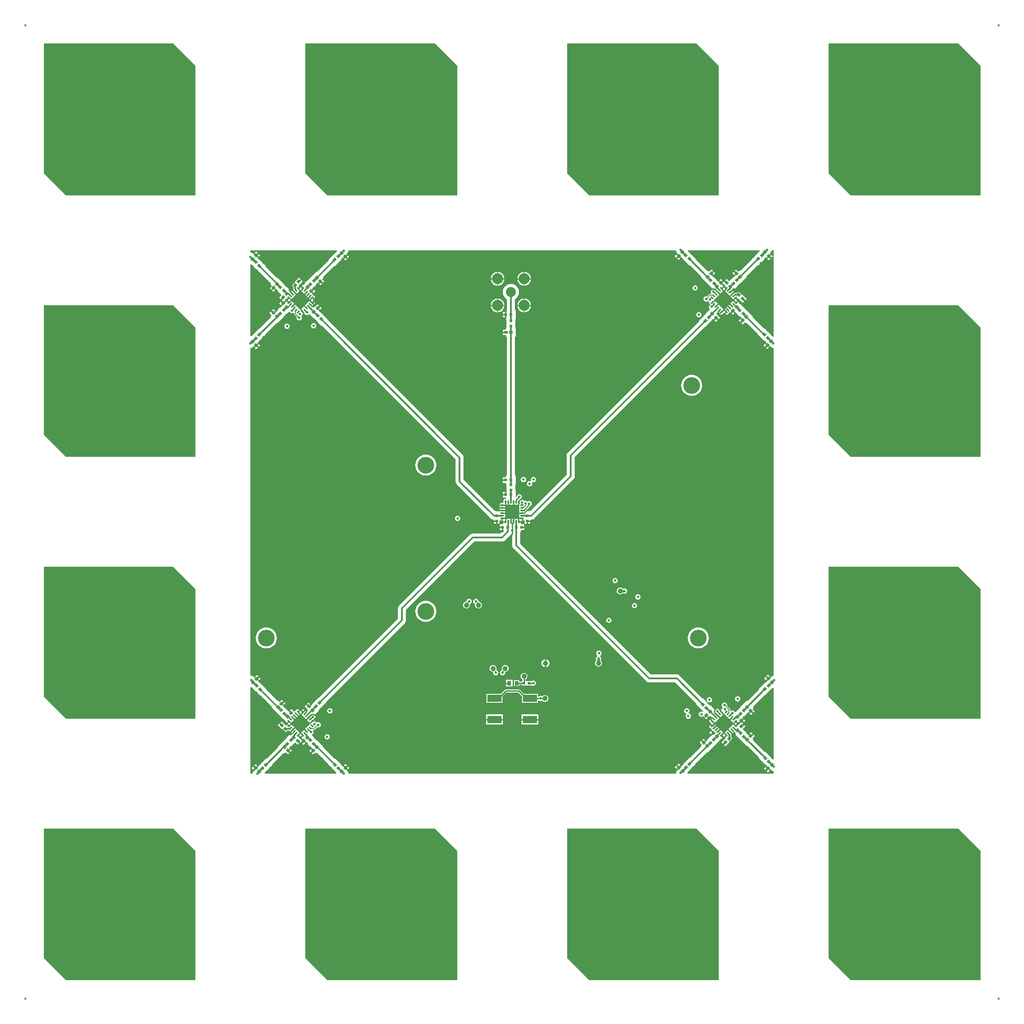
<source format=gtl>
G04*
G04 #@! TF.GenerationSoftware,Altium Limited,Altium Designer,20.0.13 (296)*
G04*
G04 Layer_Physical_Order=1*
G04 Layer_Color=255*
%FSLAX24Y24*%
%MOIN*%
G70*
G01*
G75*
%ADD10C,0.0059*%
%ADD14R,0.0236X0.0217*%
G04:AMPARAMS|DCode=15|XSize=21.7mil|YSize=23.6mil|CornerRadius=0mil|HoleSize=0mil|Usage=FLASHONLY|Rotation=315.000|XOffset=0mil|YOffset=0mil|HoleType=Round|Shape=Rectangle|*
%AMROTATEDRECTD15*
4,1,4,-0.0160,-0.0007,0.0007,0.0160,0.0160,0.0007,-0.0007,-0.0160,-0.0160,-0.0007,0.0*
%
%ADD15ROTATEDRECTD15*%

%ADD16R,0.0217X0.0236*%
G04:AMPARAMS|DCode=17|XSize=21.7mil|YSize=23.6mil|CornerRadius=0mil|HoleSize=0mil|Usage=FLASHONLY|Rotation=45.000|XOffset=0mil|YOffset=0mil|HoleType=Round|Shape=Rectangle|*
%AMROTATEDRECTD17*
4,1,4,0.0007,-0.0160,-0.0160,0.0007,-0.0007,0.0160,0.0160,-0.0007,0.0007,-0.0160,0.0*
%
%ADD17ROTATEDRECTD17*%

%ADD18R,0.0256X0.0197*%
G04:AMPARAMS|DCode=19|XSize=19.7mil|YSize=25.6mil|CornerRadius=0mil|HoleSize=0mil|Usage=FLASHONLY|Rotation=315.000|XOffset=0mil|YOffset=0mil|HoleType=Round|Shape=Rectangle|*
%AMROTATEDRECTD19*
4,1,4,-0.0160,-0.0021,0.0021,0.0160,0.0160,0.0021,-0.0021,-0.0160,-0.0160,-0.0021,0.0*
%
%ADD19ROTATEDRECTD19*%

G04:AMPARAMS|DCode=20|XSize=19.7mil|YSize=23.6mil|CornerRadius=0mil|HoleSize=0mil|Usage=FLASHONLY|Rotation=135.000|XOffset=0mil|YOffset=0mil|HoleType=Round|Shape=Rectangle|*
%AMROTATEDRECTD20*
4,1,4,0.0153,0.0014,-0.0014,-0.0153,-0.0153,-0.0014,0.0014,0.0153,0.0153,0.0014,0.0*
%
%ADD20ROTATEDRECTD20*%

G04:AMPARAMS|DCode=21|XSize=19.7mil|YSize=25.6mil|CornerRadius=0mil|HoleSize=0mil|Usage=FLASHONLY|Rotation=45.000|XOffset=0mil|YOffset=0mil|HoleType=Round|Shape=Rectangle|*
%AMROTATEDRECTD21*
4,1,4,0.0021,-0.0160,-0.0160,0.0021,-0.0021,0.0160,0.0160,-0.0021,0.0021,-0.0160,0.0*
%
%ADD21ROTATEDRECTD21*%

G04:AMPARAMS|DCode=22|XSize=19.7mil|YSize=23.6mil|CornerRadius=0mil|HoleSize=0mil|Usage=FLASHONLY|Rotation=45.000|XOffset=0mil|YOffset=0mil|HoleType=Round|Shape=Rectangle|*
%AMROTATEDRECTD22*
4,1,4,0.0014,-0.0153,-0.0153,0.0014,-0.0014,0.0153,0.0153,-0.0014,0.0014,-0.0153,0.0*
%
%ADD22ROTATEDRECTD22*%

%ADD23R,0.1083X0.0551*%
G04:AMPARAMS|DCode=24|XSize=11.8mil|YSize=23.6mil|CornerRadius=3mil|HoleSize=0mil|Usage=FLASHONLY|Rotation=225.000|XOffset=0mil|YOffset=0mil|HoleType=Round|Shape=RoundedRectangle|*
%AMROUNDEDRECTD24*
21,1,0.0118,0.0177,0,0,225.0*
21,1,0.0059,0.0236,0,0,225.0*
1,1,0.0059,-0.0084,0.0042*
1,1,0.0059,-0.0042,0.0084*
1,1,0.0059,0.0084,-0.0042*
1,1,0.0059,0.0042,-0.0084*
%
%ADD24ROUNDEDRECTD24*%
G04:AMPARAMS|DCode=25|XSize=23.6mil|YSize=11.8mil|CornerRadius=3mil|HoleSize=0mil|Usage=FLASHONLY|Rotation=225.000|XOffset=0mil|YOffset=0mil|HoleType=Round|Shape=RoundedRectangle|*
%AMROUNDEDRECTD25*
21,1,0.0236,0.0059,0,0,225.0*
21,1,0.0177,0.0118,0,0,225.0*
1,1,0.0059,-0.0084,-0.0042*
1,1,0.0059,0.0042,0.0084*
1,1,0.0059,0.0084,0.0042*
1,1,0.0059,-0.0042,-0.0084*
%
%ADD25ROUNDEDRECTD25*%
%ADD26R,0.0300X0.0320*%
G04:AMPARAMS|DCode=27|XSize=11.8mil|YSize=23.6mil|CornerRadius=3mil|HoleSize=0mil|Usage=FLASHONLY|Rotation=0.000|XOffset=0mil|YOffset=0mil|HoleType=Round|Shape=RoundedRectangle|*
%AMROUNDEDRECTD27*
21,1,0.0118,0.0177,0,0,0.0*
21,1,0.0059,0.0236,0,0,0.0*
1,1,0.0059,0.0030,-0.0089*
1,1,0.0059,-0.0030,-0.0089*
1,1,0.0059,-0.0030,0.0089*
1,1,0.0059,0.0030,0.0089*
%
%ADD27ROUNDEDRECTD27*%
G04:AMPARAMS|DCode=28|XSize=23.6mil|YSize=11.8mil|CornerRadius=3mil|HoleSize=0mil|Usage=FLASHONLY|Rotation=0.000|XOffset=0mil|YOffset=0mil|HoleType=Round|Shape=RoundedRectangle|*
%AMROUNDEDRECTD28*
21,1,0.0236,0.0059,0,0,0.0*
21,1,0.0177,0.0118,0,0,0.0*
1,1,0.0059,0.0089,-0.0030*
1,1,0.0059,-0.0089,-0.0030*
1,1,0.0059,-0.0089,0.0030*
1,1,0.0059,0.0089,0.0030*
%
%ADD28ROUNDEDRECTD28*%
G04:AMPARAMS|DCode=29|XSize=11.8mil|YSize=23.6mil|CornerRadius=3mil|HoleSize=0mil|Usage=FLASHONLY|Rotation=135.000|XOffset=0mil|YOffset=0mil|HoleType=Round|Shape=RoundedRectangle|*
%AMROUNDEDRECTD29*
21,1,0.0118,0.0177,0,0,135.0*
21,1,0.0059,0.0236,0,0,135.0*
1,1,0.0059,0.0042,0.0084*
1,1,0.0059,0.0084,0.0042*
1,1,0.0059,-0.0042,-0.0084*
1,1,0.0059,-0.0084,-0.0042*
%
%ADD29ROUNDEDRECTD29*%
G04:AMPARAMS|DCode=30|XSize=23.6mil|YSize=11.8mil|CornerRadius=3mil|HoleSize=0mil|Usage=FLASHONLY|Rotation=135.000|XOffset=0mil|YOffset=0mil|HoleType=Round|Shape=RoundedRectangle|*
%AMROUNDEDRECTD30*
21,1,0.0236,0.0059,0,0,135.0*
21,1,0.0177,0.0118,0,0,135.0*
1,1,0.0059,-0.0042,0.0084*
1,1,0.0059,0.0084,-0.0042*
1,1,0.0059,0.0042,-0.0084*
1,1,0.0059,-0.0084,0.0042*
%
%ADD30ROUNDEDRECTD30*%
%ADD31R,0.0197X0.0236*%
%ADD60C,0.0394*%
G04:AMPARAMS|DCode=61|XSize=108.3mil|YSize=108.3mil|CornerRadius=5.4mil|HoleSize=0mil|Usage=FLASHONLY|Rotation=225.000|XOffset=0mil|YOffset=0mil|HoleType=Round|Shape=RoundedRectangle|*
%AMROUNDEDRECTD61*
21,1,0.1083,0.0974,0,0,225.0*
21,1,0.0974,0.1083,0,0,225.0*
1,1,0.0108,-0.0689,0.0000*
1,1,0.0108,0.0000,0.0689*
1,1,0.0108,0.0689,0.0000*
1,1,0.0108,0.0000,-0.0689*
%
%ADD61ROUNDEDRECTD61*%
G04:AMPARAMS|DCode=62|XSize=108.3mil|YSize=108.3mil|CornerRadius=5.4mil|HoleSize=0mil|Usage=FLASHONLY|Rotation=0.000|XOffset=0mil|YOffset=0mil|HoleType=Round|Shape=RoundedRectangle|*
%AMROUNDEDRECTD62*
21,1,0.1083,0.0974,0,0,0.0*
21,1,0.0974,0.1083,0,0,0.0*
1,1,0.0108,0.0487,-0.0487*
1,1,0.0108,-0.0487,-0.0487*
1,1,0.0108,-0.0487,0.0487*
1,1,0.0108,0.0487,0.0487*
%
%ADD62ROUNDEDRECTD62*%
G04:AMPARAMS|DCode=63|XSize=108.3mil|YSize=108.3mil|CornerRadius=5.4mil|HoleSize=0mil|Usage=FLASHONLY|Rotation=135.000|XOffset=0mil|YOffset=0mil|HoleType=Round|Shape=RoundedRectangle|*
%AMROUNDEDRECTD63*
21,1,0.1083,0.0974,0,0,135.0*
21,1,0.0974,0.1083,0,0,135.0*
1,1,0.0108,0.0000,0.0689*
1,1,0.0108,0.0689,0.0000*
1,1,0.0108,0.0000,-0.0689*
1,1,0.0108,-0.0689,0.0000*
%
%ADD63ROUNDEDRECTD63*%
%ADD64C,0.0098*%
%ADD65C,0.0124*%
%ADD66C,0.0197*%
%ADD67C,0.0157*%
%ADD68C,0.0118*%
%ADD69C,0.0140*%
%ADD70C,0.0748*%
%ADD71C,0.0827*%
%ADD72C,0.0157*%
%ADD73C,0.1260*%
%ADD74C,0.0197*%
%ADD75C,0.0236*%
G36*
X15551Y72936D02*
Y63189D01*
X5804D01*
X4134Y64859D01*
Y74606D01*
X13881D01*
X15551Y72936D01*
D02*
G37*
G36*
X74606Y72936D02*
Y63189D01*
X64859D01*
X63189Y64859D01*
Y74606D01*
X72936D01*
X74606Y72936D01*
D02*
G37*
G36*
X54921D02*
Y63189D01*
X45174D01*
X43504Y64859D01*
Y74606D01*
X53251D01*
X54921Y72936D01*
D02*
G37*
G36*
X35236D02*
Y63189D01*
X25489D01*
X23819Y64859D01*
Y74606D01*
X33566D01*
X35236Y72936D01*
D02*
G37*
G36*
X59055Y52568D02*
X59009Y52548D01*
X58866Y52691D01*
X58849Y52674D01*
X58593Y52930D01*
X58314Y53208D01*
X58289Y53182D01*
X57438Y54033D01*
X57475Y54069D01*
X57001Y54542D01*
X56994Y54535D01*
X56754Y54776D01*
X56761Y54783D01*
X56273Y55270D01*
X56273D01*
X56271Y55271D01*
X56257Y55319D01*
X56259Y55336D01*
X56347Y55425D01*
X56362Y55425D01*
X56404Y55419D01*
X56703Y55120D01*
X56995Y55413D01*
X56707Y55701D01*
X56707Y55701D01*
X56689Y55719D01*
X56643Y55709D01*
X56410Y55942D01*
X56298Y55829D01*
X56127D01*
X56100Y55847D01*
X56099Y55848D01*
X56071Y55890D01*
X56029Y55932D01*
X56018Y55940D01*
X56011Y56003D01*
X56011Y56003D01*
X56059Y56065D01*
X56073Y56100D01*
X56285Y56312D01*
X56278Y56319D01*
X56522Y56563D01*
X56529Y56556D01*
X57002Y57029D01*
X56964Y57067D01*
X57840Y57943D01*
X57871Y57911D01*
X58149Y58190D01*
X58381Y58421D01*
X58394Y58407D01*
X58491Y58505D01*
X58672Y58324D01*
X58965Y58616D01*
X58784Y58797D01*
X58881Y58895D01*
X58844Y58932D01*
X58863Y58978D01*
X58873Y59055D01*
X59055D01*
X59055Y52568D01*
D02*
G37*
G36*
X51711Y58981D02*
X51730Y58935D01*
X51686Y58890D01*
X51783Y58793D01*
X51602Y58612D01*
X51894Y58320D01*
X52075Y58501D01*
X52173Y58403D01*
X52194Y58425D01*
X52430Y58189D01*
X52708Y57911D01*
X52738Y57941D01*
X53609Y57070D01*
X53572Y57032D01*
X54045Y56559D01*
X54052Y56566D01*
X54295Y56322D01*
X54288Y56315D01*
X54432Y56172D01*
X54420Y56113D01*
X54373Y56082D01*
X54329Y56017D01*
X54314Y55940D01*
X54329Y55863D01*
X54358Y55820D01*
X54332Y55770D01*
X54259D01*
X54225Y55763D01*
X54195Y55743D01*
X54025Y55574D01*
X53965Y55586D01*
X53888Y55570D01*
X53823Y55527D01*
X53779Y55462D01*
X53764Y55385D01*
X53779Y55308D01*
X53823Y55243D01*
X53888Y55199D01*
X53965Y55184D01*
X54041Y55199D01*
X54083Y55227D01*
X54098Y55204D01*
X54163Y55160D01*
X54204Y55152D01*
X54216Y55124D01*
X54206Y55074D01*
X54216Y55024D01*
X54244Y54982D01*
X54240Y54940D01*
X54233Y54935D01*
X54189Y54870D01*
X54174Y54793D01*
X54189Y54716D01*
X54233Y54651D01*
X54241Y54645D01*
X54246Y54595D01*
X53922Y54271D01*
X53937Y54256D01*
X53681Y54000D01*
X53417Y53736D01*
X53441Y53712D01*
X43563Y43834D01*
X43515Y43772D01*
X43485Y43699D01*
X43475Y43621D01*
Y42171D01*
X40744Y39440D01*
X40420D01*
X40401Y39486D01*
X40700Y39785D01*
X40709Y39798D01*
X40717Y39800D01*
X40783Y39843D01*
X40826Y39908D01*
X40841Y39985D01*
X40826Y40062D01*
X40783Y40127D01*
X40717Y40171D01*
X40641Y40186D01*
X40564Y40171D01*
X40518Y40140D01*
X40455Y40182D01*
X40378Y40198D01*
X40301Y40182D01*
X40292Y40176D01*
X40260Y40224D01*
X40195Y40268D01*
X40118Y40283D01*
X40041Y40268D01*
X40024Y40277D01*
X40009Y40338D01*
X40014Y40344D01*
X40043Y40364D01*
X40087Y40429D01*
X40102Y40506D01*
X40087Y40583D01*
X40043Y40648D01*
X39978Y40691D01*
X39902Y40707D01*
X39825Y40691D01*
X39760Y40648D01*
X39716Y40583D01*
X39701Y40506D01*
X39706Y40480D01*
X39684Y40460D01*
X39634Y40481D01*
Y41005D01*
X39624D01*
Y41418D01*
X39634D01*
Y42107D01*
X39570D01*
Y52531D01*
X39634D01*
Y53200D01*
X39614D01*
Y53377D01*
Y53859D01*
X39634D01*
Y54548D01*
X39576D01*
Y55370D01*
X39616Y55392D01*
X39709Y55468D01*
X39785Y55561D01*
X39842Y55667D01*
X39877Y55782D01*
X39889Y55902D01*
X39877Y56021D01*
X39842Y56136D01*
X39785Y56242D01*
X39709Y56335D01*
X39616Y56411D01*
X39510Y56468D01*
X39395Y56503D01*
X39276Y56515D01*
X39156Y56503D01*
X39041Y56468D01*
X38935Y56411D01*
X38842Y56335D01*
X38766Y56242D01*
X38709Y56136D01*
X38674Y56021D01*
X38662Y55902D01*
X38674Y55782D01*
X38709Y55667D01*
X38766Y55561D01*
X38842Y55468D01*
X38935Y55392D01*
X38975Y55370D01*
Y54548D01*
X38925D01*
Y54411D01*
X38669D01*
Y53997D01*
X38925D01*
Y53859D01*
X38945D01*
Y53377D01*
Y53200D01*
X38906D01*
Y53062D01*
X38669D01*
Y52668D01*
X38906D01*
Y52531D01*
X38969D01*
Y42107D01*
X38925D01*
Y41970D01*
X38669D01*
Y41556D01*
X38925D01*
Y41418D01*
X38935D01*
Y41005D01*
X38925D01*
Y40867D01*
X38669D01*
Y40454D01*
X38925D01*
Y40359D01*
X38907Y40344D01*
X38848D01*
X38798Y40334D01*
X38756Y40306D01*
X38728Y40264D01*
X38718Y40214D01*
Y40078D01*
X38712Y40035D01*
X38669Y40029D01*
X38533D01*
X38484Y40019D01*
X38441Y39991D01*
X38413Y39949D01*
X38403Y39899D01*
Y39840D01*
X38413Y39790D01*
X38426Y39771D01*
X38413Y39752D01*
X38403Y39702D01*
Y39643D01*
X38413Y39593D01*
X38426Y39574D01*
X38413Y39555D01*
X38403Y39505D01*
Y39446D01*
X38398Y39440D01*
X38065D01*
X35722Y41783D01*
Y43456D01*
X35712Y43534D01*
X35682Y43606D01*
X35634Y43668D01*
X25473Y53830D01*
X25496Y53854D01*
X24937Y54413D01*
X24949Y54426D01*
X24852Y54523D01*
X25033Y54704D01*
X24741Y54997D01*
X24560Y54816D01*
X24479Y54896D01*
X24464Y54922D01*
X24473Y54959D01*
X24496Y54982D01*
X24524Y55024D01*
X24534Y55074D01*
X24524Y55124D01*
X24496Y55166D01*
X24400Y55263D01*
X24375Y55297D01*
X24400Y55331D01*
X24496Y55427D01*
X24524Y55470D01*
X24534Y55520D01*
X24524Y55570D01*
X24496Y55612D01*
X24454Y55654D01*
X24412Y55682D01*
X24390Y55686D01*
X24385Y55709D01*
X24357Y55751D01*
X24334Y55774D01*
X24542Y55981D01*
X24361Y56162D01*
X24458Y56259D01*
X24451Y56266D01*
X24692Y56507D01*
X24713Y56486D01*
X24810Y56584D01*
X24977Y56417D01*
X25256Y56695D01*
X25089Y56862D01*
X25186Y56959D01*
X25133Y57013D01*
X25983Y57863D01*
X26005Y57841D01*
X26284Y58119D01*
X26540Y58376D01*
X26550Y58365D01*
X26648Y58463D01*
X26829Y58282D01*
X27121Y58574D01*
X26940Y58755D01*
X27037Y58853D01*
X27014Y58876D01*
X27033Y58922D01*
X27045Y59009D01*
X27043Y59018D01*
X27076Y59055D01*
X51701Y59055D01*
X51711Y58981D01*
D02*
G37*
G36*
X57993Y59009D02*
X57893Y58908D01*
X57907Y58894D01*
X57676Y58663D01*
X57398Y58384D01*
X57414Y58368D01*
X56539Y57493D01*
X56487Y57544D01*
X56390Y57447D01*
X56223Y57614D01*
X55944Y57336D01*
X56111Y57169D01*
X56014Y57071D01*
X56035Y57050D01*
X55791Y56807D01*
X55784Y56814D01*
X55687Y56716D01*
X55506Y56897D01*
X55288Y56680D01*
X55068Y56900D01*
X54887Y56719D01*
X54790Y56816D01*
X54783Y56809D01*
X54539Y57053D01*
X54560Y57074D01*
X54462Y57171D01*
X54629Y57338D01*
X54351Y57617D01*
X54184Y57450D01*
X54087Y57547D01*
X54035Y57495D01*
X53164Y58367D01*
X53181Y58384D01*
X52668Y58898D01*
X52674Y58904D01*
X52569Y59009D01*
X52588Y59055D01*
X57974Y59055D01*
X57993Y59009D01*
D02*
G37*
G36*
X26192Y59009D02*
X26049Y58866D01*
X26067Y58849D01*
X25810Y58593D01*
X25532Y58314D01*
X25558Y58289D01*
X24707Y57438D01*
X24671Y57475D01*
X24198Y57001D01*
X24205Y56994D01*
X23964Y56754D01*
X23957Y56761D01*
X23470Y56273D01*
Y56273D01*
X23469Y56271D01*
X23421Y56257D01*
X23404Y56259D01*
X23315Y56347D01*
X23315Y56362D01*
X23321Y56404D01*
X23620Y56703D01*
X23327Y56995D01*
X23039Y56707D01*
X23039Y56707D01*
X23021Y56689D01*
X23031Y56643D01*
X22798Y56410D01*
X22911Y56298D01*
Y56127D01*
X22911Y56127D01*
X22893Y56100D01*
X22892Y56099D01*
X22850Y56071D01*
X22808Y56029D01*
X22799Y56016D01*
X22737Y56007D01*
X22735Y56009D01*
X22673Y56056D01*
X22645Y56068D01*
X22428Y56285D01*
X22421Y56278D01*
X22177Y56522D01*
X22184Y56529D01*
X21711Y57002D01*
X21673Y56964D01*
X20798Y57840D01*
X20829Y57871D01*
X20319Y58381D01*
X20333Y58394D01*
X20235Y58491D01*
X20416Y58672D01*
X20124Y58965D01*
X19943Y58784D01*
X19846Y58881D01*
X19815Y58851D01*
X19769Y58870D01*
X19685Y58881D01*
Y59055D01*
X26173Y59055D01*
X26192Y59009D01*
D02*
G37*
G36*
X19832Y57893D02*
X19846Y57907D01*
X20077Y57676D01*
X20356Y57398D01*
X20372Y57414D01*
X21248Y56539D01*
X21196Y56487D01*
X21293Y56390D01*
X21126Y56223D01*
X21405Y55944D01*
X21572Y56111D01*
X21669Y56014D01*
X21690Y56035D01*
X21934Y55791D01*
X21927Y55784D01*
X22024Y55687D01*
X21843Y55506D01*
X22061Y55288D01*
X21840Y55068D01*
X22021Y54887D01*
X21924Y54790D01*
X21931Y54783D01*
X21687Y54539D01*
X21666Y54560D01*
X21569Y54462D01*
X21402Y54629D01*
X21123Y54351D01*
X21290Y54184D01*
X21193Y54087D01*
X21249Y54031D01*
X20386Y53168D01*
X20366Y53188D01*
X19844Y52666D01*
X19829Y52681D01*
X19731Y52583D01*
X19685Y52602D01*
Y57974D01*
X19731Y57993D01*
X19832Y57893D01*
D02*
G37*
G36*
X22627Y54420D02*
X22658Y54373D01*
X22723Y54329D01*
X22800Y54314D01*
X22877Y54329D01*
X22920Y54358D01*
X22970Y54332D01*
Y54259D01*
X22977Y54225D01*
X22997Y54195D01*
X23167Y54025D01*
X23155Y53965D01*
X23170Y53888D01*
X23213Y53823D01*
X23278Y53779D01*
X23355Y53764D01*
X23432Y53779D01*
X23497Y53823D01*
X23541Y53888D01*
X23556Y53965D01*
X23541Y54041D01*
X23513Y54083D01*
X23537Y54098D01*
X23580Y54163D01*
X23588Y54204D01*
X23616Y54216D01*
X23666Y54206D01*
X23716Y54216D01*
X23758Y54244D01*
X23800Y54240D01*
X23805Y54233D01*
X23871Y54189D01*
X23947Y54174D01*
X24024Y54189D01*
X24089Y54233D01*
X24136Y54237D01*
X24448Y53925D01*
X24464Y53940D01*
X24759Y53645D01*
X25023Y53381D01*
X25047Y53405D01*
X35120Y43331D01*
Y41659D01*
X35131Y41581D01*
X35161Y41508D01*
X35209Y41446D01*
X37782Y38873D01*
X37844Y38825D01*
X37872Y38814D01*
Y38731D01*
X38010D01*
Y38475D01*
X38423D01*
Y38731D01*
X38501D01*
X38533Y38725D01*
X38669D01*
X38712Y38718D01*
X38718Y38676D01*
Y38564D01*
X38689D01*
Y38426D01*
X38433D01*
Y38013D01*
X38689D01*
Y37936D01*
X38486Y37733D01*
X36406D01*
X36328Y37723D01*
X36255Y37693D01*
X36193Y37645D01*
X30878Y32330D01*
X30830Y32268D01*
X30800Y32195D01*
X30790Y32117D01*
Y31336D01*
X24929Y25476D01*
X24905Y25499D01*
X24346Y24940D01*
X24333Y24952D01*
X24236Y24855D01*
X24055Y25036D01*
X23762Y24744D01*
X23943Y24563D01*
X23850Y24469D01*
X23801Y24453D01*
X23800Y24454D01*
X23758Y24496D01*
X23716Y24524D01*
X23666Y24534D01*
X23616Y24524D01*
X23574Y24496D01*
X23478Y24400D01*
X23443Y24375D01*
X23409Y24400D01*
X23313Y24496D01*
X23270Y24524D01*
X23221Y24534D01*
X23171Y24524D01*
X23128Y24496D01*
X23087Y24454D01*
X23058Y24412D01*
X23054Y24390D01*
X23031Y24385D01*
X22989Y24357D01*
X22967Y24334D01*
X22759Y24542D01*
X22578Y24361D01*
X22481Y24458D01*
X22474Y24451D01*
X22233Y24692D01*
X22254Y24713D01*
X22156Y24810D01*
X22324Y24977D01*
X22045Y25256D01*
X21878Y25089D01*
X21781Y25186D01*
X21727Y25133D01*
X20877Y25983D01*
X20899Y26005D01*
X20364Y26540D01*
X20375Y26550D01*
X20277Y26648D01*
X20458Y26829D01*
X20166Y27121D01*
X19985Y26940D01*
X19888Y27037D01*
X19864Y27014D01*
X19818Y27033D01*
X19731Y27045D01*
X19723Y27043D01*
X19685Y27076D01*
X19685Y51693D01*
X19767Y51704D01*
X19812Y51723D01*
X19843Y51693D01*
X19940Y51790D01*
X20121Y51609D01*
X20414Y51901D01*
X20233Y52082D01*
X20330Y52180D01*
X20317Y52193D01*
X20839Y52715D01*
X20811Y52743D01*
X21674Y53606D01*
X21708Y53572D01*
X22181Y54045D01*
X22174Y54052D01*
X22418Y54295D01*
X22425Y54288D01*
X22569Y54432D01*
X22627Y54420D01*
D02*
G37*
G36*
X55981Y54198D02*
X56162Y54379D01*
X56259Y54282D01*
X56266Y54289D01*
X56507Y54048D01*
X56486Y54027D01*
X56584Y53930D01*
X56417Y53763D01*
X56695Y53484D01*
X56862Y53651D01*
X56959Y53554D01*
X57013Y53607D01*
X57863Y52757D01*
X57841Y52735D01*
X58119Y52456D01*
X58376Y52200D01*
X58365Y52190D01*
X58463Y52092D01*
X58282Y51911D01*
X58574Y51619D01*
X58755Y51800D01*
X58853Y51703D01*
X58890Y51740D01*
X58936Y51721D01*
X59023Y51710D01*
X59055Y51682D01*
X59055Y27047D01*
X58974Y27036D01*
X58928Y27017D01*
X58897Y27048D01*
X58800Y26950D01*
X58619Y27131D01*
X58327Y26839D01*
X58508Y26658D01*
X58410Y26560D01*
X58423Y26547D01*
X58180Y26304D01*
X57901Y26025D01*
X57929Y25998D01*
X57066Y25135D01*
X57032Y25169D01*
X56559Y24695D01*
X56566Y24688D01*
X56322Y24445D01*
X56315Y24452D01*
X56172Y24308D01*
X56113Y24321D01*
X56082Y24368D01*
X56017Y24411D01*
X55940Y24426D01*
X55863Y24411D01*
X55820Y24382D01*
X55770Y24408D01*
Y24516D01*
X55763Y24550D01*
X55743Y24580D01*
X55534Y24789D01*
X55543Y24834D01*
X55528Y24911D01*
X55484Y24976D01*
X55419Y25019D01*
X55343Y25034D01*
X55266Y25019D01*
X55201Y24976D01*
X55157Y24911D01*
X55142Y24834D01*
X55157Y24757D01*
X55201Y24692D01*
X55219Y24680D01*
X55188Y24634D01*
X55173Y24557D01*
X55174Y24551D01*
X55129Y24521D01*
X55124Y24524D01*
X55074Y24534D01*
X55024Y24524D01*
X54982Y24496D01*
X54940Y24500D01*
X54935Y24508D01*
X54870Y24551D01*
X54793Y24566D01*
X54716Y24551D01*
X54651Y24508D01*
X54603Y24503D01*
X54268Y24837D01*
X54253Y24822D01*
X53958Y25117D01*
X53693Y25381D01*
X53669Y25357D01*
X51973Y27054D01*
X51910Y27102D01*
X51838Y27132D01*
X51760Y27142D01*
X49798D01*
X39966Y36974D01*
Y37875D01*
X40028D01*
Y38013D01*
X40283D01*
Y38426D01*
X40028D01*
Y38564D01*
X40022D01*
Y38676D01*
X40029Y38718D01*
X40071Y38725D01*
X40207D01*
X40239Y38731D01*
X40293D01*
Y38475D01*
X40707D01*
Y38731D01*
X40844D01*
Y38789D01*
X40893Y38795D01*
X40965Y38825D01*
X41028Y38873D01*
X43989Y41834D01*
X44036Y41896D01*
X44066Y41969D01*
X44077Y42047D01*
Y43497D01*
X53866Y53286D01*
X53890Y53262D01*
X54155Y53527D01*
X54410Y53783D01*
X54423Y53770D01*
X54520Y53868D01*
X54701Y53687D01*
X54994Y53979D01*
X54813Y54160D01*
X54906Y54253D01*
X54910Y54257D01*
X54954Y54272D01*
X54982Y54244D01*
X55024Y54216D01*
X55074Y54206D01*
X55124Y54216D01*
X55166Y54244D01*
X55263Y54340D01*
X55297Y54366D01*
X55331Y54340D01*
X55427Y54244D01*
X55470Y54216D01*
X55520Y54206D01*
X55570Y54216D01*
X55612Y54244D01*
X55654Y54286D01*
X55682Y54328D01*
X55686Y54351D01*
X55709Y54355D01*
X55751Y54383D01*
X55774Y54406D01*
X55981Y54198D01*
D02*
G37*
G36*
X15551Y53251D02*
Y43504D01*
X5804D01*
X4134Y45174D01*
Y54921D01*
X13881D01*
X15551Y53251D01*
D02*
G37*
G36*
X74606Y53251D02*
Y43504D01*
X64859D01*
X63189Y45174D01*
Y54921D01*
X72936D01*
X74606Y53251D01*
D02*
G37*
G36*
X59055Y26138D02*
X59055Y20766D01*
X59009Y20747D01*
X58908Y20847D01*
X58894Y20833D01*
X58663Y21064D01*
X58384Y21342D01*
X58364Y21322D01*
X57489Y22198D01*
X57544Y22253D01*
X57447Y22351D01*
X57614Y22518D01*
X57336Y22796D01*
X57168Y22629D01*
X57071Y22726D01*
X57050Y22705D01*
X56807Y22949D01*
X56814Y22956D01*
X56716Y23053D01*
X56897Y23234D01*
X56680Y23452D01*
X56900Y23672D01*
X56719Y23853D01*
X56816Y23951D01*
X56809Y23958D01*
X57053Y24201D01*
X57074Y24180D01*
X57171Y24278D01*
X57338Y24111D01*
X57617Y24389D01*
X57450Y24556D01*
X57547Y24654D01*
X57491Y24709D01*
X58354Y25572D01*
X58375Y25552D01*
X58653Y25831D01*
X58896Y26074D01*
X58911Y26059D01*
X59009Y26157D01*
X59055Y26138D01*
D02*
G37*
G36*
X39365Y37731D02*
Y36849D01*
X39375Y36772D01*
X39405Y36699D01*
X39453Y36637D01*
X49461Y26629D01*
X49523Y26581D01*
X49595Y26551D01*
X49673Y26541D01*
X51635D01*
X53244Y24932D01*
X53220Y24908D01*
X53485Y24644D01*
X53749Y24379D01*
X53749Y24379D01*
X53746Y24356D01*
X53693Y24332D01*
X53687Y24335D01*
X53610Y24351D01*
X53533Y24335D01*
X53468Y24292D01*
X53425Y24227D01*
X53410Y24150D01*
X53425Y24073D01*
X53468Y24008D01*
X53533Y23964D01*
X53610Y23949D01*
X53687Y23964D01*
X53741Y24000D01*
X53976Y23765D01*
X54157Y23946D01*
X54254Y23849D01*
X54254D01*
X54262Y23844D01*
X54267Y23836D01*
X54269Y23783D01*
X54244Y23758D01*
X54216Y23716D01*
X54206Y23666D01*
X54216Y23616D01*
X54244Y23574D01*
X54340Y23478D01*
X54366Y23443D01*
X54340Y23409D01*
X54244Y23313D01*
X54216Y23270D01*
X54206Y23221D01*
X54216Y23171D01*
X54244Y23128D01*
X54286Y23087D01*
X54328Y23058D01*
X54351Y23054D01*
X54355Y23031D01*
X54383Y22989D01*
X54406Y22967D01*
X54198Y22759D01*
X54379Y22578D01*
X54282Y22481D01*
X54289Y22474D01*
X54048Y22233D01*
X54027Y22254D01*
X53930Y22156D01*
X53763Y22324D01*
X53484Y22045D01*
X53651Y21878D01*
X53554Y21781D01*
X53607Y21727D01*
X52757Y20877D01*
X52735Y20899D01*
X52200Y20364D01*
X52190Y20375D01*
X52092Y20277D01*
X51911Y20458D01*
X51619Y20166D01*
X51800Y19985D01*
X51703Y19888D01*
X51726Y19864D01*
X51707Y19818D01*
X51696Y19731D01*
X51697Y19723D01*
X51664Y19685D01*
X27047Y19685D01*
X27036Y19767D01*
X27017Y19812D01*
X27048Y19843D01*
X26950Y19940D01*
X27131Y20121D01*
X26839Y20414D01*
X26658Y20233D01*
X26560Y20330D01*
X26547Y20317D01*
X26304Y20561D01*
X26025Y20839D01*
X25998Y20811D01*
X25135Y21674D01*
X25169Y21708D01*
X24695Y22181D01*
X24688Y22174D01*
X24445Y22418D01*
X24452Y22425D01*
X24308Y22569D01*
X24321Y22627D01*
X24368Y22658D01*
X24411Y22723D01*
X24426Y22800D01*
X24411Y22877D01*
X24382Y22920D01*
X24408Y22970D01*
X24481D01*
X24516Y22977D01*
X24545Y22997D01*
X24715Y23167D01*
X24776Y23155D01*
X24852Y23170D01*
X24918Y23213D01*
X24961Y23278D01*
X24976Y23355D01*
X24961Y23432D01*
X24918Y23497D01*
X24852Y23541D01*
X24776Y23556D01*
X24699Y23541D01*
X24658Y23513D01*
X24642Y23537D01*
X24577Y23580D01*
X24536Y23588D01*
X24524Y23616D01*
X24534Y23666D01*
X24524Y23716D01*
X24496Y23758D01*
X24500Y23800D01*
X24508Y23805D01*
X24551Y23871D01*
X24566Y23947D01*
X24551Y24024D01*
X24508Y24089D01*
X24504Y24122D01*
X24834Y24451D01*
X24819Y24467D01*
X25378Y25026D01*
X25354Y25050D01*
X31303Y30999D01*
X31351Y31061D01*
X31381Y31134D01*
X31386Y31173D01*
X31391Y31212D01*
Y31993D01*
X36530Y37131D01*
X38610D01*
X38688Y37142D01*
X38761Y37172D01*
X38823Y37219D01*
X39256Y37653D01*
X39304Y37715D01*
X39315Y37741D01*
X39365Y37731D01*
D02*
G37*
G36*
X15551Y33566D02*
Y23819D01*
X5804D01*
X4134Y25489D01*
Y35236D01*
X13881D01*
X15551Y33566D01*
D02*
G37*
G36*
X74606Y33565D02*
Y23819D01*
X64859D01*
X63189Y25489D01*
Y35236D01*
X72936D01*
X74606Y33565D01*
D02*
G37*
G36*
X19874Y26049D02*
X19891Y26067D01*
X20147Y25810D01*
X20426Y25532D01*
X20451Y25558D01*
X21302Y24707D01*
X21266Y24671D01*
X21739Y24198D01*
X21746Y24205D01*
X21987Y23964D01*
X21980Y23957D01*
X22467Y23470D01*
X22467D01*
X22469Y23469D01*
X22483Y23421D01*
X22481Y23404D01*
X22393Y23315D01*
X22378Y23315D01*
X22336Y23321D01*
X22037Y23620D01*
X21745Y23327D01*
X22033Y23039D01*
X22033Y23039D01*
X22051Y23021D01*
X22097Y23031D01*
X22330Y22798D01*
X22442Y22911D01*
X22614D01*
X22614Y22911D01*
X22641Y22893D01*
X22641Y22892D01*
X22669Y22850D01*
X22711Y22808D01*
X22722Y22801D01*
X22730Y22737D01*
X22729Y22737D01*
X22682Y22675D01*
X22667Y22640D01*
X22455Y22428D01*
X22462Y22421D01*
X22218Y22177D01*
X22211Y22184D01*
X21738Y21711D01*
X21772Y21677D01*
X20897Y20801D01*
X20869Y20829D01*
X20360Y20319D01*
X20346Y20333D01*
X20249Y20235D01*
X20068Y20416D01*
X19775Y20124D01*
X19956Y19943D01*
X19859Y19846D01*
X19889Y19815D01*
X19870Y19769D01*
X19859Y19685D01*
X19685D01*
Y26173D01*
X19731Y26192D01*
X19874Y26049D01*
D02*
G37*
G36*
X56003Y22729D02*
X56065Y22682D01*
X56100Y22667D01*
X56312Y22455D01*
X56319Y22462D01*
X56563Y22218D01*
X56556Y22211D01*
X57029Y21738D01*
X57063Y21772D01*
X57939Y20897D01*
X57911Y20869D01*
X58190Y20591D01*
X58421Y20360D01*
X58407Y20346D01*
X58505Y20249D01*
X58324Y20068D01*
X58616Y19775D01*
X58797Y19956D01*
X58895Y19859D01*
X58925Y19889D01*
X58971Y19870D01*
X59055Y19859D01*
Y19685D01*
X52568Y19685D01*
X52548Y19731D01*
X52691Y19874D01*
X52674Y19891D01*
X53208Y20426D01*
X53182Y20451D01*
X54033Y21302D01*
X54069Y21266D01*
X54542Y21739D01*
X54535Y21746D01*
X54776Y21986D01*
X54783Y21980D01*
X55270Y22467D01*
Y22467D01*
X55271Y22469D01*
X55319Y22483D01*
X55336Y22481D01*
X55425Y22393D01*
X55425Y22378D01*
X55419Y22336D01*
X55120Y22037D01*
X55413Y21745D01*
X55701Y22033D01*
X55701Y22033D01*
X55719Y22051D01*
X55709Y22097D01*
X55942Y22330D01*
X55829Y22442D01*
Y22614D01*
X55847Y22641D01*
X55848Y22641D01*
X55890Y22669D01*
X55932Y22711D01*
X55940Y22722D01*
X56003Y22730D01*
X56003Y22729D01*
D02*
G37*
G36*
X23672Y21840D02*
X23853Y22021D01*
X23951Y21924D01*
X23958Y21931D01*
X24201Y21687D01*
X24180Y21666D01*
X24278Y21569D01*
X24111Y21402D01*
X24389Y21123D01*
X24556Y21290D01*
X24654Y21193D01*
X24709Y21249D01*
X25572Y20386D01*
X25552Y20366D01*
X25831Y20087D01*
X26074Y19844D01*
X26059Y19829D01*
X26157Y19731D01*
X26138Y19685D01*
X20766Y19685D01*
X20747Y19731D01*
X20847Y19832D01*
X20833Y19846D01*
X21342Y20356D01*
X21322Y20376D01*
X22198Y21251D01*
X22253Y21196D01*
X22351Y21293D01*
X22518Y21126D01*
X22796Y21405D01*
X22629Y21572D01*
X22726Y21669D01*
X22705Y21690D01*
X22949Y21934D01*
X22956Y21927D01*
X23053Y22024D01*
X23234Y21843D01*
X23452Y22061D01*
X23672Y21840D01*
D02*
G37*
G36*
X74606Y13881D02*
Y4134D01*
X64859D01*
X63189Y5804D01*
Y15551D01*
X72936D01*
X74606Y13881D01*
D02*
G37*
G36*
X54921Y13881D02*
Y4134D01*
X45174D01*
X43504Y5804D01*
Y15551D01*
X53251D01*
X54921Y13881D01*
D02*
G37*
G36*
X35236D02*
Y4134D01*
X25489D01*
X23819Y5804D01*
Y15551D01*
X33566D01*
X35236Y13881D01*
D02*
G37*
G36*
X15551D02*
Y4134D01*
X5804D01*
X4134Y5804D01*
Y15551D01*
X13881D01*
X15551Y13881D01*
D02*
G37*
%LPC*%
G36*
X38325Y57411D02*
Y56951D01*
X38785D01*
X38774Y57035D01*
X38723Y57160D01*
X38641Y57267D01*
X38534Y57349D01*
X38409Y57400D01*
X38325Y57411D01*
D02*
G37*
G36*
X40325D02*
Y56951D01*
X40785D01*
X40774Y57035D01*
X40723Y57160D01*
X40641Y57267D01*
X40534Y57349D01*
X40409Y57400D01*
X40325Y57411D01*
D02*
G37*
G36*
X38226Y57411D02*
X38142Y57400D01*
X38017Y57349D01*
X37911Y57267D01*
X37829Y57160D01*
X37777Y57035D01*
X37766Y56951D01*
X38226D01*
Y57411D01*
D02*
G37*
G36*
X40226D02*
X40142Y57400D01*
X40017Y57349D01*
X39911Y57267D01*
X39829Y57160D01*
X39777Y57035D01*
X39766Y56951D01*
X40226D01*
Y57411D01*
D02*
G37*
G36*
Y56852D02*
X39766D01*
X39777Y56768D01*
X39829Y56643D01*
X39911Y56537D01*
X40017Y56455D01*
X40142Y56403D01*
X40226Y56392D01*
Y56852D01*
D02*
G37*
G36*
X38226D02*
X37766D01*
X37777Y56768D01*
X37829Y56643D01*
X37911Y56537D01*
X38017Y56455D01*
X38142Y56403D01*
X38226Y56392D01*
Y56852D01*
D02*
G37*
G36*
X40785D02*
X40325D01*
Y56392D01*
X40409Y56403D01*
X40534Y56455D01*
X40641Y56537D01*
X40723Y56643D01*
X40774Y56768D01*
X40785Y56852D01*
D02*
G37*
G36*
X38785D02*
X38325D01*
Y56392D01*
X38409Y56403D01*
X38534Y56455D01*
X38641Y56537D01*
X38723Y56643D01*
X38774Y56768D01*
X38785Y56852D01*
D02*
G37*
G36*
X53138Y56412D02*
X53061Y56397D01*
X52996Y56354D01*
X52952Y56288D01*
X52937Y56212D01*
X52952Y56135D01*
X52996Y56070D01*
X53061Y56026D01*
X53138Y56011D01*
X53215Y56026D01*
X53280Y56070D01*
X53323Y56135D01*
X53338Y56212D01*
X53323Y56288D01*
X53280Y56354D01*
X53215Y56397D01*
X53138Y56412D01*
D02*
G37*
G36*
X38325Y55411D02*
Y54951D01*
X38785D01*
X38774Y55035D01*
X38723Y55160D01*
X38641Y55267D01*
X38534Y55349D01*
X38409Y55400D01*
X38325Y55411D01*
D02*
G37*
G36*
X40325D02*
Y54951D01*
X40785D01*
X40774Y55035D01*
X40723Y55160D01*
X40641Y55267D01*
X40534Y55349D01*
X40409Y55400D01*
X40325Y55411D01*
D02*
G37*
G36*
X38226Y55411D02*
X38142Y55400D01*
X38017Y55349D01*
X37911Y55267D01*
X37829Y55160D01*
X37777Y55035D01*
X37766Y54951D01*
X38226D01*
Y55411D01*
D02*
G37*
G36*
X40226D02*
X40142Y55400D01*
X40017Y55349D01*
X39911Y55267D01*
X39829Y55160D01*
X39777Y55035D01*
X39766Y54951D01*
X40226D01*
Y55411D01*
D02*
G37*
G36*
Y54852D02*
X39766D01*
X39777Y54768D01*
X39829Y54643D01*
X39911Y54537D01*
X40017Y54455D01*
X40142Y54403D01*
X40226Y54392D01*
Y54852D01*
D02*
G37*
G36*
X38226D02*
X37766D01*
X37777Y54768D01*
X37829Y54643D01*
X37911Y54537D01*
X38017Y54455D01*
X38142Y54403D01*
X38226Y54392D01*
Y54852D01*
D02*
G37*
G36*
X40785D02*
X40325D01*
Y54392D01*
X40409Y54403D01*
X40534Y54455D01*
X40641Y54537D01*
X40723Y54643D01*
X40774Y54768D01*
X40785Y54852D01*
D02*
G37*
G36*
X38785D02*
X38325D01*
Y54392D01*
X38409Y54403D01*
X38534Y54455D01*
X38641Y54537D01*
X38723Y54643D01*
X38774Y54768D01*
X38785Y54852D01*
D02*
G37*
G36*
X53413Y54405D02*
X53337Y54389D01*
X53271Y54346D01*
X53228Y54281D01*
X53213Y54204D01*
X53228Y54127D01*
X53271Y54062D01*
X53337Y54018D01*
X53413Y54003D01*
X53490Y54018D01*
X53555Y54062D01*
X53599Y54127D01*
X53614Y54204D01*
X53599Y54281D01*
X53555Y54346D01*
X53490Y54389D01*
X53413Y54405D01*
D02*
G37*
G36*
X40972Y42003D02*
X40896Y41988D01*
X40831Y41944D01*
X40787Y41879D01*
X40772Y41802D01*
X40787Y41725D01*
X40805Y41699D01*
X40769Y41663D01*
X40754Y41673D01*
X40677Y41688D01*
X40600Y41673D01*
X40535Y41629D01*
X40492Y41564D01*
X40476Y41487D01*
X40492Y41410D01*
X40535Y41345D01*
X40600Y41302D01*
X40677Y41287D01*
X40754Y41302D01*
X40819Y41345D01*
X40863Y41410D01*
X40878Y41487D01*
X40863Y41564D01*
X40845Y41591D01*
X40881Y41627D01*
X40896Y41617D01*
X40972Y41602D01*
X41049Y41617D01*
X41114Y41660D01*
X41158Y41725D01*
X41173Y41802D01*
X41158Y41879D01*
X41114Y41944D01*
X41049Y41988D01*
X40972Y42003D01*
D02*
G37*
G36*
X40224D02*
X40148Y41988D01*
X40082Y41944D01*
X40039Y41879D01*
X40024Y41802D01*
X40039Y41725D01*
X40082Y41660D01*
X40148Y41617D01*
X40224Y41602D01*
X40301Y41617D01*
X40366Y41660D01*
X40410Y41725D01*
X40425Y41802D01*
X40410Y41879D01*
X40366Y41944D01*
X40301Y41988D01*
X40224Y42003D01*
D02*
G37*
G36*
X24437Y53578D02*
X24360Y53562D01*
X24295Y53519D01*
X24252Y53454D01*
X24236Y53377D01*
X24252Y53300D01*
X24295Y53235D01*
X24360Y53192D01*
X24437Y53176D01*
X24514Y53192D01*
X24579Y53235D01*
X24622Y53300D01*
X24638Y53377D01*
X24622Y53454D01*
X24579Y53519D01*
X24514Y53562D01*
X24437Y53578D01*
D02*
G37*
G36*
X22429Y53538D02*
X22352Y53523D01*
X22287Y53480D01*
X22244Y53414D01*
X22228Y53338D01*
X22244Y53261D01*
X22287Y53196D01*
X22352Y53152D01*
X22429Y53137D01*
X22506Y53152D01*
X22571Y53196D01*
X22615Y53261D01*
X22630Y53338D01*
X22615Y53414D01*
X22571Y53480D01*
X22506Y53523D01*
X22429Y53538D01*
D02*
G37*
G36*
X32870Y43675D02*
X32716Y43660D01*
X32567Y43615D01*
X32430Y43542D01*
X32311Y43443D01*
X32212Y43323D01*
X32139Y43187D01*
X32094Y43038D01*
X32079Y42884D01*
X32094Y42730D01*
X32139Y42581D01*
X32212Y42444D01*
X32311Y42324D01*
X32430Y42226D01*
X32567Y42153D01*
X32716Y42108D01*
X32870Y42093D01*
X33024Y42108D01*
X33173Y42153D01*
X33310Y42226D01*
X33430Y42324D01*
X33528Y42444D01*
X33601Y42581D01*
X33646Y42730D01*
X33661Y42884D01*
X33646Y43038D01*
X33601Y43187D01*
X33528Y43323D01*
X33430Y43443D01*
X33310Y43542D01*
X33173Y43615D01*
X33024Y43660D01*
X32870Y43675D01*
D02*
G37*
G36*
X35261Y39084D02*
X35184Y39069D01*
X35119Y39025D01*
X35075Y38960D01*
X35060Y38883D01*
X35075Y38807D01*
X35119Y38741D01*
X35184Y38698D01*
X35261Y38683D01*
X35338Y38698D01*
X35403Y38741D01*
X35446Y38807D01*
X35462Y38883D01*
X35446Y38960D01*
X35403Y39025D01*
X35338Y39069D01*
X35261Y39084D01*
D02*
G37*
G36*
X20870Y30675D02*
X20716Y30660D01*
X20567Y30615D01*
X20430Y30542D01*
X20311Y30443D01*
X20212Y30324D01*
X20139Y30187D01*
X20094Y30038D01*
X20079Y29884D01*
X20094Y29730D01*
X20139Y29581D01*
X20212Y29444D01*
X20311Y29324D01*
X20430Y29226D01*
X20567Y29153D01*
X20716Y29108D01*
X20870Y29093D01*
X21024Y29108D01*
X21173Y29153D01*
X21310Y29226D01*
X21430Y29324D01*
X21528Y29444D01*
X21601Y29581D01*
X21646Y29730D01*
X21661Y29884D01*
X21646Y30038D01*
X21601Y30187D01*
X21528Y30324D01*
X21430Y30443D01*
X21310Y30542D01*
X21173Y30615D01*
X21024Y30660D01*
X20870Y30675D01*
D02*
G37*
G36*
X52870Y49675D02*
X52716Y49660D01*
X52567Y49615D01*
X52430Y49542D01*
X52311Y49443D01*
X52212Y49324D01*
X52139Y49187D01*
X52094Y49038D01*
X52079Y48884D01*
X52094Y48730D01*
X52139Y48581D01*
X52212Y48444D01*
X52311Y48324D01*
X52430Y48226D01*
X52567Y48153D01*
X52716Y48108D01*
X52870Y48093D01*
X53024Y48108D01*
X53173Y48153D01*
X53310Y48226D01*
X53430Y48324D01*
X53528Y48444D01*
X53601Y48581D01*
X53646Y48730D01*
X53661Y48884D01*
X53646Y49038D01*
X53601Y49187D01*
X53528Y49324D01*
X53430Y49443D01*
X53310Y49542D01*
X53173Y49615D01*
X53024Y49660D01*
X52870Y49675D01*
D02*
G37*
G36*
X47114Y34405D02*
X47037Y34389D01*
X46972Y34346D01*
X46929Y34281D01*
X46913Y34204D01*
X46929Y34127D01*
X46972Y34062D01*
X47037Y34018D01*
X47114Y34003D01*
X47191Y34018D01*
X47256Y34062D01*
X47300Y34127D01*
X47315Y34204D01*
X47300Y34281D01*
X47256Y34346D01*
X47191Y34389D01*
X47114Y34405D01*
D02*
G37*
G36*
X47508Y33675D02*
X47441Y33666D01*
X47379Y33640D01*
X47325Y33599D01*
X47284Y33545D01*
X47259Y33483D01*
X47250Y33416D01*
X47259Y33350D01*
X47284Y33287D01*
X47325Y33234D01*
X47379Y33193D01*
X47441Y33167D01*
X47508Y33158D01*
X47575Y33167D01*
X47637Y33193D01*
X47690Y33234D01*
X47707Y33256D01*
X47744Y33231D01*
X47821Y33216D01*
X47898Y33231D01*
X47963Y33274D01*
X48006Y33340D01*
X48022Y33416D01*
X48006Y33493D01*
X47963Y33558D01*
X47898Y33602D01*
X47821Y33617D01*
X47744Y33602D01*
X47707Y33577D01*
X47690Y33599D01*
X47637Y33640D01*
X47575Y33666D01*
X47508Y33675D01*
D02*
G37*
G36*
X48827Y33176D02*
X48750Y33161D01*
X48685Y33117D01*
X48641Y33052D01*
X48626Y32975D01*
X48641Y32899D01*
X48685Y32834D01*
X48750Y32790D01*
X48827Y32775D01*
X48904Y32790D01*
X48969Y32834D01*
X49012Y32899D01*
X49027Y32975D01*
X49012Y33052D01*
X48969Y33117D01*
X48904Y33161D01*
X48827Y33176D01*
D02*
G37*
G36*
X48571Y32515D02*
X48494Y32499D01*
X48429Y32456D01*
X48385Y32391D01*
X48370Y32314D01*
X48385Y32237D01*
X48429Y32172D01*
X48494Y32129D01*
X48571Y32113D01*
X48648Y32129D01*
X48713Y32172D01*
X48756Y32237D01*
X48772Y32314D01*
X48756Y32391D01*
X48713Y32456D01*
X48648Y32499D01*
X48571Y32515D01*
D02*
G37*
G36*
X46642Y31412D02*
X46565Y31397D01*
X46500Y31354D01*
X46456Y31288D01*
X46441Y31212D01*
X46456Y31135D01*
X46500Y31070D01*
X46565Y31026D01*
X46642Y31011D01*
X46719Y31026D01*
X46784Y31070D01*
X46827Y31135D01*
X46842Y31212D01*
X46827Y31288D01*
X46784Y31354D01*
X46719Y31397D01*
X46642Y31412D01*
D02*
G37*
G36*
X53370Y30675D02*
X53216Y30660D01*
X53067Y30615D01*
X52930Y30542D01*
X52811Y30443D01*
X52712Y30324D01*
X52639Y30187D01*
X52594Y30038D01*
X52579Y29884D01*
X52594Y29730D01*
X52639Y29581D01*
X52712Y29444D01*
X52811Y29324D01*
X52930Y29226D01*
X53067Y29153D01*
X53216Y29108D01*
X53370Y29093D01*
X53524Y29108D01*
X53673Y29153D01*
X53810Y29226D01*
X53930Y29324D01*
X54028Y29444D01*
X54101Y29581D01*
X54146Y29730D01*
X54161Y29884D01*
X54146Y30038D01*
X54101Y30187D01*
X54028Y30324D01*
X53930Y30443D01*
X53810Y30542D01*
X53673Y30615D01*
X53524Y30660D01*
X53370Y30675D01*
D02*
G37*
G36*
X56327Y25507D02*
X56250Y25492D01*
X56185Y25448D01*
X56141Y25383D01*
X56126Y25306D01*
X56141Y25229D01*
X56185Y25164D01*
X56250Y25121D01*
X56327Y25105D01*
X56404Y25121D01*
X56469Y25164D01*
X56512Y25229D01*
X56527Y25306D01*
X56512Y25383D01*
X56469Y25448D01*
X56404Y25492D01*
X56327Y25507D01*
D02*
G37*
G36*
X54208Y25428D02*
X54132Y25413D01*
X54066Y25369D01*
X54023Y25304D01*
X54008Y25227D01*
X54023Y25151D01*
X54066Y25086D01*
X54132Y25042D01*
X54208Y25027D01*
X54285Y25042D01*
X54350Y25086D01*
X54394Y25151D01*
X54409Y25227D01*
X54394Y25304D01*
X54350Y25369D01*
X54285Y25413D01*
X54208Y25428D01*
D02*
G37*
G36*
X36642Y32830D02*
X36565Y32814D01*
X36500Y32771D01*
X36456Y32706D01*
X36441Y32629D01*
X36456Y32552D01*
X36500Y32487D01*
X36565Y32444D01*
X36578Y32441D01*
X36589Y32420D01*
X36580Y32353D01*
X36589Y32287D01*
X36615Y32224D01*
X36656Y32171D01*
X36710Y32130D01*
X36772Y32104D01*
X36839Y32095D01*
X36905Y32104D01*
X36968Y32130D01*
X37021Y32171D01*
X37062Y32224D01*
X37088Y32287D01*
X37097Y32353D01*
X37088Y32420D01*
X37062Y32482D01*
X37021Y32536D01*
X36968Y32577D01*
X36905Y32603D01*
X36857Y32609D01*
X36842Y32629D01*
X36827Y32706D01*
X36784Y32771D01*
X36719Y32814D01*
X36642Y32830D01*
D02*
G37*
G36*
X36130D02*
X36053Y32814D01*
X35988Y32771D01*
X35944Y32706D01*
X35929Y32629D01*
X35915Y32609D01*
X35866Y32603D01*
X35804Y32577D01*
X35751Y32536D01*
X35710Y32482D01*
X35684Y32420D01*
X35675Y32353D01*
X35684Y32287D01*
X35710Y32224D01*
X35751Y32171D01*
X35804Y32130D01*
X35866Y32104D01*
X35933Y32095D01*
X36000Y32104D01*
X36062Y32130D01*
X36116Y32171D01*
X36157Y32224D01*
X36182Y32287D01*
X36191Y32353D01*
X36182Y32420D01*
X36193Y32441D01*
X36207Y32444D01*
X36272Y32487D01*
X36315Y32552D01*
X36331Y32629D01*
X36315Y32706D01*
X36272Y32771D01*
X36207Y32814D01*
X36130Y32830D01*
D02*
G37*
G36*
X32870Y32675D02*
X32716Y32660D01*
X32567Y32615D01*
X32430Y32542D01*
X32311Y32443D01*
X32212Y32324D01*
X32139Y32187D01*
X32094Y32038D01*
X32079Y31884D01*
X32094Y31730D01*
X32139Y31581D01*
X32212Y31444D01*
X32311Y31324D01*
X32430Y31226D01*
X32567Y31153D01*
X32716Y31108D01*
X32870Y31093D01*
X33024Y31108D01*
X33173Y31153D01*
X33310Y31226D01*
X33430Y31324D01*
X33528Y31444D01*
X33601Y31581D01*
X33646Y31730D01*
X33661Y31884D01*
X33646Y32038D01*
X33601Y32187D01*
X33528Y32324D01*
X33430Y32443D01*
X33310Y32542D01*
X33173Y32615D01*
X33024Y32660D01*
X32870Y32675D01*
D02*
G37*
G36*
X45894Y28932D02*
X45817Y28917D01*
X45752Y28873D01*
X45708Y28808D01*
X45693Y28731D01*
X45708Y28655D01*
X45752Y28589D01*
X45781Y28570D01*
X45783Y28562D01*
X45777Y28512D01*
X45728Y28480D01*
X45685Y28414D01*
X45669Y28338D01*
X45685Y28261D01*
X45710Y28224D01*
Y28183D01*
X45688Y28166D01*
X45647Y28112D01*
X45621Y28050D01*
X45612Y27983D01*
X45621Y27917D01*
X45647Y27854D01*
X45688Y27801D01*
X45741Y27760D01*
X45803Y27734D01*
X45870Y27725D01*
X45937Y27734D01*
X45999Y27760D01*
X46053Y27801D01*
X46094Y27854D01*
X46119Y27917D01*
X46128Y27983D01*
X46119Y28050D01*
X46094Y28112D01*
X46053Y28166D01*
X46031Y28183D01*
Y28224D01*
X46056Y28261D01*
X46071Y28338D01*
X46056Y28414D01*
X46012Y28480D01*
X45983Y28499D01*
X45981Y28507D01*
X45987Y28557D01*
X46036Y28589D01*
X46079Y28655D01*
X46094Y28731D01*
X46079Y28808D01*
X46036Y28873D01*
X45971Y28917D01*
X45894Y28932D01*
D02*
G37*
G36*
X41878Y28281D02*
X41801Y28271D01*
X41729Y28241D01*
X41667Y28194D01*
X41620Y28132D01*
X41590Y28060D01*
X41580Y27983D01*
X41590Y27906D01*
X41620Y27834D01*
X41667Y27773D01*
X41729Y27725D01*
X41801Y27696D01*
X41878Y27686D01*
X41955Y27696D01*
X42027Y27725D01*
X42089Y27773D01*
X42136Y27834D01*
X42166Y27906D01*
X42176Y27983D01*
X42166Y28060D01*
X42136Y28132D01*
X42089Y28194D01*
X42027Y28241D01*
X41955Y28271D01*
X41878Y28281D01*
D02*
G37*
G36*
X38846Y27848D02*
X38780Y27839D01*
X38717Y27813D01*
X38664Y27772D01*
X38623Y27719D01*
X38597Y27656D01*
X38588Y27590D01*
X38597Y27523D01*
X38604Y27506D01*
X38581Y27462D01*
X38573Y27460D01*
X38508Y27417D01*
X38464Y27351D01*
X38449Y27275D01*
X38464Y27198D01*
X38508Y27133D01*
X38573Y27089D01*
X38650Y27074D01*
X38726Y27089D01*
X38792Y27133D01*
X38835Y27198D01*
X38850Y27275D01*
X38849Y27283D01*
X38889Y27337D01*
X38913Y27340D01*
X38976Y27366D01*
X39029Y27407D01*
X39070Y27461D01*
X39096Y27523D01*
X39105Y27590D01*
X39096Y27656D01*
X39070Y27719D01*
X39029Y27772D01*
X38976Y27813D01*
X38913Y27839D01*
X38846Y27848D01*
D02*
G37*
G36*
X37941D02*
X37874Y27839D01*
X37812Y27813D01*
X37758Y27772D01*
X37717Y27719D01*
X37692Y27656D01*
X37683Y27590D01*
X37692Y27523D01*
X37717Y27461D01*
X37758Y27407D01*
X37812Y27366D01*
X37874Y27340D01*
X37899Y27337D01*
X37939Y27283D01*
X37937Y27275D01*
X37952Y27198D01*
X37996Y27133D01*
X38061Y27089D01*
X38138Y27074D01*
X38215Y27089D01*
X38280Y27133D01*
X38323Y27198D01*
X38338Y27275D01*
X38323Y27351D01*
X38280Y27417D01*
X38215Y27460D01*
X38207Y27462D01*
X38183Y27506D01*
X38190Y27523D01*
X38199Y27590D01*
X38190Y27656D01*
X38164Y27719D01*
X38123Y27772D01*
X38070Y27813D01*
X38008Y27839D01*
X37941Y27848D01*
D02*
G37*
G36*
X40264Y27257D02*
X40197Y27248D01*
X40135Y27223D01*
X40081Y27182D01*
X40040Y27128D01*
X40014Y27066D01*
X40006Y26999D01*
X40014Y26932D01*
X40040Y26870D01*
X40081Y26817D01*
X40135Y26776D01*
X40150Y26769D01*
Y26649D01*
X40079D01*
Y26592D01*
X39914D01*
Y26710D01*
X39496D01*
Y26271D01*
X39914D01*
Y26371D01*
X40079D01*
Y26314D01*
X40423D01*
X40433Y26314D01*
X40473D01*
X40483Y26314D01*
X40827D01*
Y26314D01*
X40845Y26324D01*
X40887Y26296D01*
X40964Y26281D01*
X41041Y26296D01*
X41106Y26339D01*
X41149Y26405D01*
X41165Y26481D01*
X41149Y26558D01*
X41106Y26623D01*
X41041Y26667D01*
X40964Y26682D01*
X40887Y26667D01*
X40845Y26639D01*
X40827Y26649D01*
Y26649D01*
X40483D01*
X40473Y26649D01*
X40433D01*
X40423Y26649D01*
X40370D01*
Y26766D01*
X40393Y26776D01*
X40446Y26817D01*
X40487Y26870D01*
X40513Y26932D01*
X40522Y26999D01*
X40513Y27066D01*
X40487Y27128D01*
X40446Y27182D01*
X40393Y27223D01*
X40331Y27248D01*
X40264Y27257D01*
D02*
G37*
G36*
X39403Y26749D02*
X38906D01*
Y26232D01*
X39403D01*
Y26749D01*
D02*
G37*
G36*
X39878Y26007D02*
X38896D01*
X38854Y25999D01*
X38818Y25975D01*
X38512Y25669D01*
X37450D01*
Y25000D01*
X38651D01*
Y25496D01*
X38942Y25786D01*
X39833D01*
X40108Y25511D01*
Y25000D01*
X41309D01*
Y25185D01*
X41359Y25200D01*
X41365Y25190D01*
X41431Y25146D01*
X41507Y25131D01*
X41584Y25146D01*
X41633Y25179D01*
X41656Y25149D01*
X41710Y25108D01*
X41772Y25082D01*
X41839Y25074D01*
X41905Y25082D01*
X41968Y25108D01*
X42021Y25149D01*
X42062Y25203D01*
X42088Y25265D01*
X42097Y25332D01*
X42088Y25399D01*
X42062Y25461D01*
X42021Y25514D01*
X41968Y25555D01*
X41905Y25581D01*
X41839Y25590D01*
X41772Y25581D01*
X41710Y25555D01*
X41656Y25514D01*
X41633Y25484D01*
X41584Y25517D01*
X41507Y25533D01*
X41431Y25517D01*
X41365Y25474D01*
X41359Y25464D01*
X41309Y25479D01*
Y25669D01*
X40262D01*
X39956Y25975D01*
X39921Y25999D01*
X39878Y26007D01*
D02*
G37*
G36*
X25657Y24601D02*
X25581Y24586D01*
X25516Y24543D01*
X25472Y24477D01*
X25457Y24401D01*
X25472Y24324D01*
X25516Y24259D01*
X25581Y24215D01*
X25657Y24200D01*
X25734Y24215D01*
X25799Y24259D01*
X25843Y24324D01*
X25858Y24401D01*
X25843Y24477D01*
X25799Y24543D01*
X25734Y24586D01*
X25657Y24601D01*
D02*
G37*
G36*
X52508Y24604D02*
X52431Y24589D01*
X52366Y24545D01*
X52322Y24480D01*
X52307Y24403D01*
X52322Y24327D01*
X52366Y24261D01*
X52431Y24218D01*
X52480Y24208D01*
X52490Y24155D01*
X52481Y24149D01*
X52437Y24084D01*
X52422Y24007D01*
X52437Y23930D01*
X52481Y23865D01*
X52546Y23822D01*
X52623Y23806D01*
X52700Y23822D01*
X52765Y23865D01*
X52808Y23930D01*
X52824Y24007D01*
X52808Y24084D01*
X52765Y24149D01*
X52700Y24192D01*
X52651Y24202D01*
X52640Y24255D01*
X52650Y24261D01*
X52693Y24327D01*
X52709Y24403D01*
X52693Y24480D01*
X52650Y24545D01*
X52585Y24589D01*
X52508Y24604D01*
D02*
G37*
G36*
X41348Y24134D02*
X40069D01*
Y23385D01*
X41348D01*
Y24134D01*
D02*
G37*
G36*
X38691D02*
X37411D01*
Y23385D01*
X38691D01*
Y24134D01*
D02*
G37*
G36*
X25455Y22648D02*
X25378Y22632D01*
X25313Y22589D01*
X25269Y22524D01*
X25254Y22447D01*
X25269Y22370D01*
X25313Y22305D01*
X25378Y22262D01*
X25455Y22246D01*
X25532Y22262D01*
X25597Y22305D01*
X25640Y22370D01*
X25656Y22447D01*
X25640Y22524D01*
X25597Y22589D01*
X25532Y22632D01*
X25455Y22648D01*
D02*
G37*
%LPD*%
D10*
X38138Y27275D02*
Y27312D01*
X37941Y27509D02*
X38138Y27312D01*
X37941Y27509D02*
Y27590D01*
X38650Y27275D02*
Y27312D01*
X38846Y27509D01*
Y27590D01*
X36642Y32629D02*
X36839Y32432D01*
Y32353D02*
Y32432D01*
X35933Y32353D02*
Y32432D01*
X36130Y32629D01*
X55679Y24481D02*
Y24516D01*
X55361Y24834D02*
X55679Y24516D01*
X55343Y24834D02*
X55361D01*
X55679Y24285D02*
Y24481D01*
X55374Y24472D02*
Y24557D01*
Y24472D02*
X55481Y24365D01*
X23061Y54259D02*
X23355Y53965D01*
X23061Y54455D02*
X23123Y54517D01*
Y54559D01*
X23061Y54259D02*
Y54455D01*
X24481Y23061D02*
X24776Y23355D01*
X24223Y23123D02*
X24285Y23061D01*
X24481D01*
X24181Y23123D02*
X24223D01*
X54517Y55617D02*
X54559D01*
X54455Y55679D02*
X54517Y55617D01*
X54259Y55679D02*
X54455D01*
X53965Y55385D02*
X54259Y55679D01*
X55617Y24223D02*
X55679Y24285D01*
X55617Y24181D02*
Y24223D01*
X54375Y55481D02*
X54417D01*
X54420Y55478D01*
X54240Y55346D02*
X54375Y55481D01*
X55481Y24323D02*
Y24365D01*
X55478Y24320D02*
X55481Y24323D01*
X40373Y39993D02*
X40378Y39997D01*
X40373Y39838D02*
Y39993D01*
X40208Y39672D02*
X40373Y39838D01*
X40118Y39672D02*
X40208D01*
X40118Y40082D02*
X40118Y40082D01*
Y39869D02*
Y40082D01*
X23259Y54375D02*
Y54417D01*
Y54375D02*
X23395Y54240D01*
X23259Y54417D02*
X23262Y54420D01*
X24365Y23259D02*
X24500Y23395D01*
X24320Y23262D02*
X24323Y23259D01*
X24365D01*
D14*
X38886Y40661D02*
D03*
X39280D02*
D03*
X38886Y41763D02*
D03*
X39280D02*
D03*
X38650Y38220D02*
D03*
X39043D02*
D03*
X40067D02*
D03*
X39673D02*
D03*
X38886Y54204D02*
D03*
X39280D02*
D03*
X40650Y26481D02*
D03*
X40256D02*
D03*
D15*
X24734Y54697D02*
D03*
X24455Y54419D02*
D03*
X53983Y24065D02*
D03*
X54261Y24343D02*
D03*
X23042Y56417D02*
D03*
X23320Y56696D02*
D03*
X55698Y22323D02*
D03*
X55420Y22044D02*
D03*
X22142Y55513D02*
D03*
X22421Y55791D02*
D03*
X22752Y24243D02*
D03*
X22474Y23964D02*
D03*
X23679Y22140D02*
D03*
X23958Y22418D02*
D03*
X56598Y23227D02*
D03*
X56319Y22949D02*
D03*
X55988Y54498D02*
D03*
X56266Y54776D02*
D03*
X55061Y56601D02*
D03*
X54783Y56322D02*
D03*
X20117Y58665D02*
D03*
X19839Y58387D02*
D03*
X20159Y26822D02*
D03*
X19881Y26543D02*
D03*
X26832Y20114D02*
D03*
X26554Y19836D02*
D03*
X58623Y20075D02*
D03*
X58901Y20353D02*
D03*
X58581Y51918D02*
D03*
X58859Y52197D02*
D03*
X51901Y58619D02*
D03*
X52180Y58897D02*
D03*
X56014Y56542D02*
D03*
X56292Y56821D02*
D03*
X54556Y22254D02*
D03*
X54278Y21976D02*
D03*
X56545Y24180D02*
D03*
X56823Y24459D02*
D03*
X22448Y21920D02*
D03*
X22726Y22198D02*
D03*
X24184Y56486D02*
D03*
X24462Y56765D02*
D03*
X22195Y54560D02*
D03*
X21917Y54282D02*
D03*
D16*
X38217Y38692D02*
D03*
Y39086D02*
D03*
X40500Y38692D02*
D03*
Y39086D02*
D03*
X39280Y41015D02*
D03*
Y41409D02*
D03*
D17*
X24062Y24737D02*
D03*
X24340Y24458D02*
D03*
X54694Y53986D02*
D03*
X54416Y54264D02*
D03*
X22323Y23042D02*
D03*
X22044Y23320D02*
D03*
X56417Y55698D02*
D03*
X56696Y55420D02*
D03*
X24243Y55988D02*
D03*
X23964Y56266D02*
D03*
X22140Y55061D02*
D03*
X22418Y54783D02*
D03*
X23227Y22142D02*
D03*
X22949Y22421D02*
D03*
X54498Y22752D02*
D03*
X54776Y22474D02*
D03*
X56601Y23679D02*
D03*
X56322Y23958D02*
D03*
X55513Y56598D02*
D03*
X55791Y56319D02*
D03*
X26822Y58581D02*
D03*
X26543Y58859D02*
D03*
X20114Y51908D02*
D03*
X19836Y52187D02*
D03*
X20075Y20117D02*
D03*
X20353Y19839D02*
D03*
X51918Y20159D02*
D03*
X52197Y19881D02*
D03*
X58626Y26832D02*
D03*
X58904Y26554D02*
D03*
X58665Y58623D02*
D03*
X58387Y58901D02*
D03*
X54560Y56545D02*
D03*
X54282Y56823D02*
D03*
X56486Y54556D02*
D03*
X56765Y54278D02*
D03*
X56542Y22726D02*
D03*
X56821Y22448D02*
D03*
X21976Y24462D02*
D03*
X22254Y24184D02*
D03*
X24459Y21917D02*
D03*
X24180Y22195D02*
D03*
X22198Y56014D02*
D03*
X21920Y56292D02*
D03*
D18*
X38896Y52865D02*
D03*
X39270D02*
D03*
D19*
X54066Y57053D02*
D03*
X54330Y57317D02*
D03*
X56980Y54048D02*
D03*
X56716Y53784D02*
D03*
X57050Y22232D02*
D03*
X57315Y22497D02*
D03*
X24674Y21687D02*
D03*
X24410Y21423D02*
D03*
X21760Y24692D02*
D03*
X22024Y24957D02*
D03*
X21690Y56508D02*
D03*
X21425Y56243D02*
D03*
X54176Y54021D02*
D03*
X53911Y53757D02*
D03*
X24884Y25005D02*
D03*
X24620Y24741D02*
D03*
D20*
X57885Y58398D02*
D03*
X58163Y58677D02*
D03*
X58388Y26039D02*
D03*
X58667Y26318D02*
D03*
X52721Y20412D02*
D03*
X52443Y20133D02*
D03*
X20855Y20342D02*
D03*
X20577Y20063D02*
D03*
X20352Y52701D02*
D03*
X20073Y52422D02*
D03*
X26019Y58328D02*
D03*
X26298Y58607D02*
D03*
D21*
X56508Y57050D02*
D03*
X56243Y57315D02*
D03*
X57053Y24674D02*
D03*
X57317Y24410D02*
D03*
X54048Y21760D02*
D03*
X53784Y22024D02*
D03*
X22232Y21690D02*
D03*
X22497Y21425D02*
D03*
X21687Y54066D02*
D03*
X21423Y54330D02*
D03*
X24692Y56980D02*
D03*
X24957Y56716D02*
D03*
X53979Y24623D02*
D03*
X53714Y24887D02*
D03*
X25002Y53875D02*
D03*
X24738Y54139D02*
D03*
D22*
X58328Y52721D02*
D03*
X58607Y52443D02*
D03*
X58398Y20855D02*
D03*
X58677Y20577D02*
D03*
X26039Y20352D02*
D03*
X26318Y20073D02*
D03*
X20412Y26019D02*
D03*
X20133Y26298D02*
D03*
X20342Y57885D02*
D03*
X20063Y58163D02*
D03*
X52694Y58398D02*
D03*
X52416Y58676D02*
D03*
D23*
X40708Y23759D02*
D03*
Y25334D02*
D03*
X38051Y23759D02*
D03*
Y25334D02*
D03*
D24*
X24320Y55116D02*
D03*
X24181Y54977D02*
D03*
X24042Y54838D02*
D03*
X23903Y54698D02*
D03*
X23763Y54559D02*
D03*
X23624Y54420D02*
D03*
X22566Y55478D02*
D03*
X22706Y55617D02*
D03*
X22845Y55756D02*
D03*
X22984Y55895D02*
D03*
X23123Y56035D02*
D03*
X23262Y56174D02*
D03*
X54420Y23624D02*
D03*
X54559Y23763D02*
D03*
X54698Y23903D02*
D03*
X54838Y24042D02*
D03*
X54977Y24181D02*
D03*
X55116Y24320D02*
D03*
X56174Y23262D02*
D03*
X56035Y23123D02*
D03*
X55895Y22984D02*
D03*
X55756Y22845D02*
D03*
X55617Y22706D02*
D03*
X55478Y22566D02*
D03*
D25*
X23262Y54420D02*
D03*
X23123Y54559D02*
D03*
X22984Y54698D02*
D03*
X22845Y54838D02*
D03*
X22706Y54977D02*
D03*
X22566Y55116D02*
D03*
X23624Y56174D02*
D03*
X23763Y56035D02*
D03*
X23903Y55895D02*
D03*
X24042Y55756D02*
D03*
X24181Y55617D02*
D03*
X24320Y55478D02*
D03*
X55478Y24320D02*
D03*
X55617Y24181D02*
D03*
X55756Y24042D02*
D03*
X55895Y23903D02*
D03*
X56035Y23763D02*
D03*
X56174Y23624D02*
D03*
X55116Y22566D02*
D03*
X54977Y22706D02*
D03*
X54838Y22845D02*
D03*
X54698Y22984D02*
D03*
X54559Y23123D02*
D03*
X54420Y23262D02*
D03*
D26*
X39705Y26490D02*
D03*
X39155D02*
D03*
D27*
X38878Y40125D02*
D03*
X39075D02*
D03*
X39272D02*
D03*
X39469D02*
D03*
X39665D02*
D03*
X39862D02*
D03*
Y38629D02*
D03*
X39665D02*
D03*
X39469D02*
D03*
X39272D02*
D03*
X39075D02*
D03*
X38878D02*
D03*
D28*
X40118Y39869D02*
D03*
Y39672D02*
D03*
Y39475D02*
D03*
Y39279D02*
D03*
Y39082D02*
D03*
Y38885D02*
D03*
X38622D02*
D03*
Y39082D02*
D03*
Y39279D02*
D03*
Y39475D02*
D03*
Y39672D02*
D03*
Y39869D02*
D03*
D29*
X55116Y54420D02*
D03*
X54977Y54559D02*
D03*
X54838Y54698D02*
D03*
X54698Y54838D02*
D03*
X54559Y54977D02*
D03*
X54420Y55116D02*
D03*
X55478Y56174D02*
D03*
X55617Y56035D02*
D03*
X55756Y55895D02*
D03*
X55895Y55756D02*
D03*
X56035Y55617D02*
D03*
X56174Y55478D02*
D03*
X22566Y23262D02*
D03*
X22706Y23123D02*
D03*
X22845Y22984D02*
D03*
X22984Y22845D02*
D03*
X23123Y22706D02*
D03*
X23262Y22566D02*
D03*
X24320Y23624D02*
D03*
X24181Y23763D02*
D03*
X24042Y23903D02*
D03*
X23903Y24042D02*
D03*
X23763Y24181D02*
D03*
X23624Y24320D02*
D03*
D30*
X54420Y55478D02*
D03*
X54559Y55617D02*
D03*
X54698Y55756D02*
D03*
X54838Y55895D02*
D03*
X54977Y56035D02*
D03*
X55116Y56174D02*
D03*
X56174Y55116D02*
D03*
X56035Y54977D02*
D03*
X55895Y54838D02*
D03*
X55756Y54698D02*
D03*
X55617Y54559D02*
D03*
X55478Y54420D02*
D03*
X23262Y24320D02*
D03*
X23123Y24181D02*
D03*
X22984Y24042D02*
D03*
X22845Y23903D02*
D03*
X22706Y23763D02*
D03*
X22566Y23624D02*
D03*
X23624Y22566D02*
D03*
X23763Y22706D02*
D03*
X23903Y22845D02*
D03*
X24042Y22984D02*
D03*
X24181Y23123D02*
D03*
X24320Y23262D02*
D03*
D31*
X39280Y53731D02*
D03*
Y53338D02*
D03*
D60*
X35933Y32353D02*
D03*
X41839Y25332D02*
D03*
X49213Y66063D02*
D03*
X68898D02*
D03*
X68898Y46378D02*
D03*
Y26693D02*
D03*
X68898Y7008D02*
D03*
X49213Y7008D02*
D03*
X29528Y7008D02*
D03*
X9843D02*
D03*
Y26693D02*
D03*
X9843Y46378D02*
D03*
X9843Y66063D02*
D03*
X29528Y66063D02*
D03*
X38846Y27590D02*
D03*
X37941D02*
D03*
X36839Y32353D02*
D03*
X40264Y26999D02*
D03*
X47508Y33416D02*
D03*
X45870Y27983D02*
D03*
X41878Y27983D02*
D03*
D61*
X23443Y55297D02*
D03*
X55297Y23443D02*
D03*
D62*
X39370Y39377D02*
D03*
D63*
X55297Y55297D02*
D03*
X23443Y23443D02*
D03*
D64*
X58413Y27045D02*
X58626Y26832D01*
X58413Y26619D02*
X58626Y26832D01*
X58839Y27045D01*
X55436Y23443D02*
X55895Y23903D01*
X55343Y23443D02*
Y23489D01*
Y23398D02*
Y23443D01*
X55251Y23398D02*
X55343D01*
Y23443D02*
X55436D01*
X55297D02*
X55343D01*
X56160Y23262D02*
X56174D01*
X55979Y23443D02*
X56160Y23262D01*
X55158Y23443D02*
X55297D01*
X54698Y22984D02*
X55158Y23443D01*
X54434Y23624D02*
X54615Y23443D01*
X54420Y23624D02*
X54434D01*
X55265Y22353D02*
Y22379D01*
X55104Y22540D02*
X55265Y22379D01*
X55104Y22540D02*
Y22554D01*
X55116Y22566D01*
X22845Y54838D02*
X23304Y55297D01*
X22580Y55478D02*
X22761Y55297D01*
X22566Y55478D02*
X22580D01*
X24320D02*
X24362D01*
X24536Y55303D01*
X22984Y24042D02*
X23443Y23582D01*
Y24125D02*
X23624Y24306D01*
Y24320D01*
X23443Y23304D02*
X23903Y22845D01*
X23262Y22566D02*
Y22580D01*
X23443Y22761D01*
X22355Y23478D02*
X22420D01*
X22353Y23475D02*
X22355Y23478D01*
X22420D02*
X22566Y23624D01*
X39272Y38629D02*
Y39279D01*
X38622D02*
X38938D01*
X39272D02*
X39370Y39377D01*
X38888Y38895D02*
X39272Y39279D01*
X38620Y38591D02*
Y38883D01*
X38632Y38895D02*
X38888D01*
X38622Y38885D02*
X38632Y38895D01*
X40126Y38621D02*
X40132Y38627D01*
Y38875D01*
X40122Y38885D02*
X40132Y38875D01*
X40118Y38885D02*
X40122D01*
X54838Y55895D02*
X55297Y55436D01*
Y55979D02*
X55478Y56160D01*
Y56174D01*
X55297Y55158D02*
Y55297D01*
Y54879D02*
Y55158D01*
Y54615D02*
Y54879D01*
Y55158D02*
X55756Y54698D01*
X55102Y54420D02*
X55297Y54615D01*
X55102Y54420D02*
X55116D01*
X56361Y55265D02*
Y55291D01*
X56174Y55478D02*
X56361Y55291D01*
X56174Y55478D02*
X56174D01*
X56361Y55265D02*
X56387D01*
X56200Y55104D02*
X56361Y55265D01*
X56186Y55104D02*
X56200D01*
X56174Y55116D02*
X56186Y55104D01*
X23582Y55297D02*
X24042Y55756D01*
X24306Y55116D02*
X24320D01*
X24125Y55297D02*
X24306Y55116D01*
X23475Y56361D02*
Y56387D01*
Y56361D02*
X23636Y56200D01*
Y56186D02*
Y56200D01*
X23624Y56174D02*
X23636Y56186D01*
X55436Y55297D02*
X55895Y55756D01*
X55436Y55297D02*
X55895Y54838D01*
X55297Y56359D02*
X55303D01*
X54698Y54838D02*
X55158Y55297D01*
X39469Y39279D02*
X40118D01*
X39469Y39475D02*
Y40125D01*
Y38629D02*
Y38945D01*
X54838Y24042D02*
X55297Y23582D01*
X56359Y23437D02*
Y23443D01*
X55297Y23304D02*
X55756Y22845D01*
X54838D02*
X55297Y23304D01*
X53770Y23852D02*
X53796D01*
X24733Y54698D02*
X24946Y54911D01*
X38622Y39475D02*
X39272D01*
X23443Y55436D02*
X23903Y55895D01*
X22984D02*
X23443Y55436D01*
X22381Y55297D02*
Y55303D01*
X23443Y55158D02*
X23903Y54698D01*
X23848Y24949D02*
X24061Y24736D01*
X23437Y24516D02*
X23443D01*
X23582Y23443D02*
X24042Y23903D01*
X22845D02*
X23304Y23443D01*
X23437Y22381D02*
X23443D01*
X22845Y22984D02*
X23304Y23443D01*
X20068Y20124D02*
X20281Y20337D01*
X21632Y56023D02*
X21632D01*
X21419Y56237D02*
X21632Y56023D01*
X21419Y56237D02*
X21419D01*
X21206Y56023D02*
Y56023D01*
X21419Y56236D01*
Y56237D01*
X51706Y20372D02*
X51918Y20159D01*
X51706Y19946D02*
X51918Y20159D01*
X52131Y20372D01*
X20117Y58665D02*
X20330Y58453D01*
X19904Y58878D02*
X20117Y58665D01*
X20330Y58878D01*
X19901Y51695D02*
X20114Y51908D01*
X20327Y52121D01*
X20114Y51908D02*
X20327Y51695D01*
X26822Y58581D02*
X27035Y58368D01*
X26609D02*
X26822Y58581D01*
X27035Y58794D01*
X20159Y26822D02*
X20372Y26609D01*
X20159Y26822D02*
X20372Y27035D01*
X19946D02*
X20159Y26822D01*
X19862Y19904D02*
X20075Y20117D01*
X19855Y20337D02*
X20068Y20124D01*
X26832Y20114D02*
X27045Y19901D01*
X26619Y20327D02*
X26832Y20114D01*
X27045Y20327D01*
X58410Y20288D02*
X58623Y20075D01*
X58836Y19862D01*
X58410D02*
X58623Y20075D01*
X58581Y51918D02*
X58794Y51706D01*
X58368Y52131D02*
X58581Y51918D01*
X58368Y51706D02*
X58581Y51918D01*
X51688Y58832D02*
X51901Y58619D01*
X52114Y58406D01*
X51688D02*
X51901Y58619D01*
X58453Y58410D02*
X58665Y58623D01*
X58878Y58836D01*
X58665Y58623D02*
X58878Y58410D01*
X56023Y57108D02*
Y57108D01*
X56237Y57321D01*
Y57322D01*
X56236D02*
X56237D01*
X56023Y57535D02*
X56236Y57322D01*
X54337Y57324D02*
X54338D01*
X54551Y57112D01*
X54550Y57538D02*
Y57538D01*
X54337Y57325D02*
X54550Y57538D01*
X54337Y57324D02*
Y57325D01*
X55949Y56075D02*
X56031D01*
X55770Y55895D02*
X55949Y56075D01*
X56031D02*
X56049Y56094D01*
X54698Y54824D02*
Y54838D01*
X55756Y55895D02*
X55770D01*
X55343Y23350D02*
Y23398D01*
X55390D01*
X55343D02*
X55600Y23140D01*
X55297Y23443D02*
X55343Y23398D01*
X54993Y23140D02*
X55251Y23398D01*
X39799Y39377D02*
X39802Y39380D01*
X39365Y37983D02*
Y38477D01*
Y37698D02*
Y37983D01*
Y38477D02*
X39376D01*
X39469Y38570D01*
Y38629D01*
X39272Y38570D02*
X39365Y38477D01*
X39272Y38570D02*
Y38629D01*
X39045Y37378D02*
X39365Y37698D01*
X39045Y37300D02*
Y37378D01*
X37995Y39672D02*
X38192Y39475D01*
X38622D01*
X37798Y39869D02*
X37995Y39672D01*
X37730Y39937D02*
X37798Y39869D01*
X38622D01*
X37995Y39672D02*
X38622D01*
X40622Y39863D02*
Y39966D01*
X40244Y39485D02*
X40622Y39863D01*
Y39966D02*
X40641Y39985D01*
X40118Y39279D02*
X40128Y39288D01*
X40270D01*
X40481Y39500D01*
X40599D01*
X40618Y39519D01*
X39862Y38629D02*
X39870Y38621D01*
X40126D01*
X40132Y38627D02*
X40146Y38613D01*
X40128Y39485D02*
X40244D01*
X39370Y38948D02*
X39373Y38945D01*
X39370Y38948D02*
Y39377D01*
X38938Y39374D02*
X38941Y39377D01*
X39370D01*
Y39801D02*
X39373Y39804D01*
X39370Y39377D02*
Y39801D01*
X38620Y38591D02*
X38638Y38608D01*
X38620Y38883D02*
X38622Y38885D01*
X41870Y28692D02*
X41874Y28688D01*
Y27987D02*
Y28688D01*
Y27987D02*
X41878Y27983D01*
X41880Y27425D02*
X41883Y27423D01*
X41880Y27425D02*
Y27981D01*
X41878Y27983D02*
X41880Y27981D01*
X38886Y40661D02*
Y40936D01*
X38610Y40661D02*
X38886D01*
X38610Y41763D02*
X38886D01*
X53796Y23852D02*
X54396Y23252D01*
X54410D01*
X54420Y23262D01*
X55338Y54220D02*
Y54247D01*
X55487Y54396D01*
Y54410D01*
X55478Y54420D02*
X55487Y54410D01*
X24320Y55116D02*
X24349D01*
X24536Y55303D01*
X23443Y24516D02*
X23624Y24334D01*
Y24320D02*
Y24334D01*
X23624Y24320D02*
X23624Y24320D01*
X54586Y24455D02*
X54679Y24548D01*
X54586Y24280D02*
Y24455D01*
Y24280D02*
X54824Y24042D01*
X23437Y24516D02*
Y24536D01*
X23259Y24338D02*
X23437Y24516D01*
X23259Y24324D02*
Y24338D01*
Y24324D02*
X23262Y24320D01*
X24455Y24154D02*
X24548Y24061D01*
X24280Y24154D02*
X24455D01*
X24042Y23916D02*
X24280Y24154D01*
X54362Y56109D02*
X54399Y56147D01*
X54600D01*
X54721Y56026D01*
Y56026D02*
Y56026D01*
Y56026D02*
X54838Y55909D01*
Y55895D02*
Y55909D01*
X54514Y55940D02*
X54698Y55756D01*
X39675Y40280D02*
X39902Y40506D01*
X39675Y40135D02*
Y40280D01*
X39078Y39669D02*
X39272Y39475D01*
X39852Y38639D02*
Y38895D01*
Y38639D02*
X39862Y38629D01*
X38888Y38639D02*
Y38895D01*
X38878Y38629D02*
X38888Y38639D01*
X38638Y38608D02*
X38868D01*
X38878Y38618D01*
Y38629D01*
X39075Y39672D02*
X39078Y39669D01*
X38625D02*
X39078D01*
X38622Y39672D02*
X38625Y39669D01*
X39469Y39279D02*
X39852Y38895D01*
X40108D01*
X40118Y38885D01*
X39469Y39475D02*
X39859Y39866D01*
Y39980D02*
X39863Y39985D01*
X39859Y39866D02*
Y39980D01*
X39863Y39985D02*
Y40124D01*
X39862Y40125D02*
X39863Y40124D01*
X38881Y39866D02*
X39075Y39672D01*
Y40125D01*
X38878D02*
X38881Y40122D01*
Y39866D02*
Y40122D01*
X38780Y39869D02*
X38783Y39866D01*
X38881D01*
X38622Y39869D02*
X38780D01*
X39370Y39377D02*
X39799D01*
X55116Y24320D02*
Y24334D01*
Y24306D02*
Y24320D01*
X54993Y23747D02*
X55297Y23443D01*
X55343Y23489D02*
Y23537D01*
X54988Y24558D02*
X55007Y24539D01*
Y24443D02*
Y24539D01*
Y24443D02*
X55116Y24334D01*
X55158Y23443D02*
X55203Y23398D01*
X55343Y23489D02*
X55600Y23747D01*
X55390Y23398D02*
X55436Y23443D01*
X55297Y23582D02*
X55343Y23537D01*
X55297Y23304D02*
X55343Y23350D01*
X38571Y52865D02*
X38896D01*
X55116Y56174D02*
Y56178D01*
Y56160D02*
Y56174D01*
X38886Y54007D02*
Y54204D01*
X38768Y53889D02*
X38886Y54007D01*
X24536Y23752D02*
X24555Y23771D01*
X24462Y23752D02*
X24536D01*
X24334Y23624D02*
X24462Y23752D01*
X24320Y23624D02*
X24334D01*
X23582Y23443D02*
X24125D01*
X24306Y23624D01*
X24320D01*
X23689Y54204D02*
Y54230D01*
X23666Y54253D02*
X23689Y54230D01*
X23666Y54253D02*
Y54378D01*
X23624Y54420D02*
X23666Y54378D01*
X23443Y54615D02*
Y55158D01*
Y54615D02*
X23624Y54434D01*
Y54420D02*
Y54434D01*
X55297Y23582D02*
Y24125D01*
X55116Y24306D02*
X55297Y24125D01*
X54615Y55297D02*
X55158D01*
X54434Y55116D02*
X54615Y55297D01*
X54420Y55116D02*
X54434D01*
X38896Y25897D02*
X39878D01*
X38334Y25334D02*
X38896Y25897D01*
X40441Y25334D02*
X40708D01*
X39878Y25897D02*
X40441Y25334D01*
X38051D02*
X38334D01*
X38886Y54204D02*
Y54479D01*
X38610Y54204D02*
X38886D01*
X41507Y25332D02*
X41839D01*
X40260Y26995D02*
X40264Y26999D01*
X40260Y26485D02*
Y26995D01*
X40256Y26481D02*
X40260Y26485D01*
X54111Y23928D02*
X54264D01*
X54283Y23909D01*
X53983Y24057D02*
X54111Y23928D01*
X53983Y24057D02*
Y24065D01*
X40371Y38219D02*
Y38246D01*
X40500Y38375D01*
Y38692D01*
X38346Y38220D02*
Y38247D01*
X38217Y38376D02*
X38346Y38247D01*
X38217Y38376D02*
Y38692D01*
X37914D02*
X38217D01*
X37914Y38693D02*
X37914Y38692D01*
X37913Y38693D02*
X37914D01*
X38347Y38220D02*
X38650D01*
X38347Y38220D02*
X38347Y38220D01*
X38346Y38220D02*
X38347D01*
X38650Y37917D02*
Y38220D01*
X38649Y37917D02*
X38650Y37917D01*
X38649Y37916D02*
Y37917D01*
X40500Y38692D02*
X40802D01*
X40803Y38691D01*
X40804D01*
X40370Y38219D02*
X40371D01*
X40369Y38220D02*
X40370Y38219D01*
X40067Y38220D02*
X40369D01*
X53770Y23852D02*
X53983Y24065D01*
X24062Y24737D02*
X24274Y24950D01*
X24734Y54697D02*
X24947Y54484D01*
X54481Y53773D02*
X54694Y53985D01*
X54694Y53986D02*
X54907Y53773D01*
X54850Y54418D02*
X54977Y54545D01*
X54850Y54301D02*
Y54418D01*
X40650Y26481D02*
X40964D01*
X38756Y26490D02*
X39155D01*
X39714Y26481D02*
X40256D01*
X39705Y26490D02*
X39714Y26481D01*
X39912Y23759D02*
X40708D01*
X38051D02*
X38847D01*
X37254D02*
X38051D01*
X40708D02*
X41505D01*
X40708Y25334D02*
X41505D01*
X41507Y25332D01*
X40115Y40362D02*
X40126D01*
X40052Y40299D02*
X40115Y40362D01*
X39977Y40299D02*
X40052D01*
X39862Y40184D02*
X39977Y40299D01*
X39862Y40125D02*
Y40184D01*
X39665Y40125D02*
X39675Y40135D01*
X40118Y39475D02*
X40128Y39485D01*
X22800Y54514D02*
X22984Y54698D01*
X22985D01*
X23763Y54558D02*
Y54559D01*
Y54558D02*
X23947Y54375D01*
X23320Y56696D02*
X23533Y56909D01*
X22692Y54977D02*
X22706D01*
X22498Y54783D02*
X22692Y54977D01*
X22418Y54783D02*
X22498D01*
X24964Y56709D02*
X25177Y56496D01*
X24751Y56496D02*
X24963Y56709D01*
X21202Y54550D02*
X21415Y54337D01*
X21416Y54338D02*
X21629Y54551D01*
X23443Y55297D02*
X23747Y54993D01*
X23751D01*
X23136Y55600D02*
X23140D01*
X23443Y55297D01*
X23140Y54990D02*
Y54993D01*
X23443Y55297D01*
X23747Y55600D02*
Y55604D01*
X23443Y55297D02*
X23747Y55600D01*
X23262Y56174D02*
X23475Y56387D01*
X23903Y54698D02*
X23916D01*
X23861Y55297D02*
X24181Y55617D01*
X23443Y55297D02*
X23582D01*
X24306Y55478D02*
X24320D01*
X24125Y55297D02*
X24306Y55478D01*
X23861Y55297D02*
X24125D01*
X23582D02*
X23861D01*
X22970Y55895D02*
X22984D01*
X22647Y56049D02*
X22665Y56031D01*
X22845Y55756D02*
Y55770D01*
X21938Y55263D02*
X22140Y55061D01*
X22835Y56031D02*
X22970Y55895D01*
X22665Y56031D02*
X22835D01*
X22142Y55490D02*
Y55513D01*
X21938Y55285D02*
X22142Y55490D01*
X21938Y55263D02*
Y55285D01*
X22665Y55949D02*
Y56031D01*
Y55949D02*
X22845Y55770D01*
X22140Y55061D02*
Y55072D01*
X22371Y55303D01*
X22556Y55478D02*
X22566D01*
X22381Y55303D02*
X22556Y55478D01*
X22371Y55303D02*
X22381D01*
X22562Y55116D02*
X22566D01*
X22381Y55297D02*
X22562Y55116D01*
X22566D02*
X22580D01*
X22761Y55297D01*
X23304D02*
X23443D01*
X22761D02*
X23304D01*
X23443Y55158D02*
Y55297D01*
X23262Y56160D02*
Y56174D01*
Y56160D02*
X23443Y55979D01*
X23624Y56160D02*
Y56174D01*
X23443Y55979D02*
X23624Y56160D01*
X23443Y55297D02*
Y55436D01*
Y55979D01*
X24243Y55965D02*
X24454Y55754D01*
Y55731D02*
Y55754D01*
X21927Y54848D02*
X22140Y55061D01*
X24181Y54977D02*
X24195D01*
X24322Y54850D01*
X24439D01*
X24458Y54831D01*
X24320Y55102D02*
Y55116D01*
Y55102D02*
X24439Y54983D01*
Y54850D02*
Y54983D01*
X24243Y55965D02*
Y55988D01*
X24259D01*
X24441Y56170D01*
X24458D01*
X24042Y22984D02*
X24226Y22800D01*
X24042Y22984D02*
Y22985D01*
X24181Y23763D02*
X24182D01*
X24366Y23947D01*
X21831Y23533D02*
X22044Y23320D01*
X22031Y24964D02*
X22244Y25177D01*
X22032Y24963D02*
X22245Y24751D01*
X24190Y21202D02*
X24403Y21415D01*
X24190Y21629D02*
X24403Y21416D01*
X22504Y21419D02*
X22717Y21206D01*
X22504Y21419D02*
X22717Y21632D01*
X23443Y23443D02*
X23747Y23747D01*
Y23751D01*
X23140Y23136D02*
Y23140D01*
X23443Y23443D01*
X23747Y23140D02*
X23751D01*
X23443Y23443D02*
X23747Y23140D01*
X23136Y23747D02*
X23140D01*
X23443Y23443D01*
X22353Y23475D02*
X22566Y23262D01*
X24042Y23903D02*
Y23916D01*
X23123Y24181D02*
X23443Y23861D01*
Y23443D02*
Y23582D01*
X23262Y24306D02*
Y24320D01*
Y24306D02*
X23443Y24125D01*
Y23861D02*
Y24125D01*
Y23582D02*
Y23861D01*
X22845Y22970D02*
Y22984D01*
X22691Y22647D02*
X22710Y22665D01*
X22970Y22845D02*
X22984D01*
X23478Y21938D02*
X23679Y22140D01*
X22710Y22835D02*
X22845Y22970D01*
X22710Y22665D02*
Y22835D01*
X23227Y22142D02*
X23250D01*
X23455Y21938D01*
X23478D01*
X22710Y22665D02*
X22791D01*
X22970Y22845D01*
X23668Y22140D02*
X23679D01*
X23437Y22371D02*
X23668Y22140D01*
X23262Y22556D02*
Y22566D01*
Y22556D02*
X23437Y22381D01*
Y22371D02*
Y22381D01*
X23624Y22562D02*
Y22566D01*
X23443Y22381D02*
X23624Y22562D01*
Y22566D02*
Y22580D01*
X23443Y22761D02*
X23624Y22580D01*
X23443Y23304D02*
Y23443D01*
Y22761D02*
Y23304D01*
Y23443D02*
X23582D01*
X22566Y23262D02*
X22580D01*
X22761Y23443D01*
X22566Y23624D02*
X22580D01*
X22761Y23443D01*
X23304D02*
X23443D01*
X22761D02*
X23304D01*
X23680Y22140D02*
X23893Y21927D01*
X23763Y24181D02*
Y24195D01*
X23891Y24322D01*
Y24439D01*
X23909Y24458D01*
X23624Y24320D02*
X23638D01*
X23757Y24439D01*
X23891D01*
X22752Y24243D02*
X22775D01*
X22752D02*
Y24259D01*
X22570Y24441D02*
X22752Y24259D01*
X22570Y24441D02*
Y24458D01*
X55756Y24042D02*
X55940Y24226D01*
X55755Y24042D02*
X55756D01*
X54977Y24181D02*
Y24182D01*
X54793Y24366D02*
X54977Y24182D01*
X55207Y21831D02*
X55420Y22044D01*
X53563Y22244D02*
X53776Y22031D01*
X53777Y22032D02*
X53990Y22245D01*
X57325Y24403D02*
X57538Y24190D01*
X57112Y24190D02*
X57324Y24403D01*
X57322Y22504D02*
X57535Y22717D01*
X57108D02*
X57321Y22504D01*
X54990Y23747D02*
X54993D01*
X55600Y23140D02*
X55604D01*
X55600Y23747D02*
Y23751D01*
X54993Y23136D02*
Y23140D01*
X55265Y22353D02*
X55478Y22566D01*
X54824Y24042D02*
X54838D01*
X54559Y23123D02*
X54879Y23443D01*
X54420Y23262D02*
X54434D01*
X54615Y23443D01*
X54879D01*
X55158D01*
X55756Y22845D02*
X55770D01*
X56075Y22710D02*
X56094Y22691D01*
X55895Y22970D02*
Y22984D01*
X56601Y23679D02*
X56802Y23478D01*
X55770Y22845D02*
X55905Y22710D01*
X56075D01*
X56598Y23227D02*
Y23250D01*
X56802Y23455D01*
Y23478D01*
X56075Y22710D02*
Y22791D01*
X55895Y22970D02*
X56075Y22791D01*
X56601Y23668D02*
Y23679D01*
X56369Y23437D02*
X56601Y23668D01*
X56174Y23262D02*
X56184D01*
X56359Y23437D01*
X56369D01*
X56174Y23624D02*
X56178D01*
X56359Y23443D01*
X56160Y23624D02*
X56174D01*
X55979Y23443D02*
X56160Y23624D01*
X55436Y23443D02*
X55979D01*
X55478Y22566D02*
Y22580D01*
X55297Y22761D02*
X55478Y22580D01*
X55116Y22566D02*
Y22580D01*
X55297Y22761D01*
Y23304D01*
X54286Y22987D02*
X54498Y22775D01*
X54286Y22987D02*
Y23009D01*
X56601Y23680D02*
X56814Y23892D01*
X54545Y23763D02*
X54559D01*
X54418Y23891D02*
X54545Y23763D01*
X54301Y23891D02*
X54418D01*
X54283Y23909D02*
X54301Y23891D01*
X54420Y23624D02*
Y23638D01*
X54301Y23757D02*
X54420Y23638D01*
X54301Y23757D02*
Y23891D01*
X54498Y22752D02*
Y22775D01*
X54481Y22752D02*
X54498D01*
X54299Y22570D02*
X54481Y22752D01*
X54283Y22570D02*
X54299D01*
X56170Y54283D02*
Y54299D01*
X55988Y54481D02*
X56170Y54299D01*
X55988Y54481D02*
Y54498D01*
X55965D02*
X55988D01*
X54850Y54301D02*
X54983D01*
X55102Y54420D01*
X54831Y54283D02*
X54850Y54301D01*
X54977Y54545D02*
Y54559D01*
X54848Y56814D02*
X55061Y56601D01*
X55731Y54286D02*
X55754D01*
X55965Y54498D01*
X55436Y55297D02*
X55979D01*
X55297D02*
X55436D01*
X55979D02*
X56160Y55116D01*
X56174D01*
X55979Y55297D02*
X56160Y55478D01*
X56174D01*
X55158Y55297D02*
X55297D01*
Y55436D02*
Y55979D01*
Y55297D02*
Y55436D01*
X55116Y56160D02*
X55297Y55979D01*
X55116Y56178D02*
X55297Y56359D01*
X55303D02*
Y56369D01*
Y56359D02*
X55478Y56184D01*
Y56174D02*
Y56184D01*
X55072Y56601D02*
X55303Y56369D01*
X55061Y56601D02*
X55072D01*
X55263Y56802D02*
X55285D01*
X55490Y56598D01*
X55513D01*
X56031Y55905D02*
Y56075D01*
X55895Y55770D02*
X56031Y55905D01*
X55061Y56601D02*
X55263Y56802D01*
X55895Y55756D02*
Y55770D01*
X55297Y54615D02*
X55478Y54434D01*
Y54420D02*
Y54434D01*
X55297Y54879D02*
X55617Y54559D01*
X55297Y55297D02*
X55600Y54993D01*
X55604D01*
X54993Y55600D02*
X55297Y55297D01*
X54990Y55600D02*
X54993D01*
X55297Y55297D02*
X55600Y55600D01*
Y55604D01*
X54993Y54990D02*
Y54993D01*
X55297Y55297D01*
X56496Y53990D02*
X56709Y53777D01*
X56496Y53563D02*
X56709Y53776D01*
X56696Y55420D02*
X56909Y55207D01*
X54375Y54793D02*
X54558Y54977D01*
X54559D01*
D65*
X58668Y26318D02*
X58904Y26554D01*
X58667Y26318D02*
X58668D01*
X58904Y26554D02*
X59061Y26710D01*
X58904Y26554D02*
Y26554D01*
X56292Y56821D02*
X56292D01*
X56515Y57043D01*
X57870Y58398D01*
X57885D01*
X57043Y22218D02*
X58398Y20863D01*
X57043Y22218D02*
Y22225D01*
X58398Y20855D02*
Y20863D01*
X56821Y22448D02*
X57043Y22225D01*
X56821Y22448D02*
Y22448D01*
X20863Y20342D02*
X22218Y21697D01*
X22225D01*
X22448Y21920D01*
X52707Y58398D02*
X54059Y57046D01*
X54282Y56823D01*
X21694Y54059D02*
X21917Y54282D01*
X21694Y54051D02*
Y54059D01*
X20352Y52709D02*
X21694Y54051D01*
X20352Y52701D02*
Y52709D01*
X19836Y52187D02*
X19837D01*
X20073Y52422D01*
X19679Y52030D02*
X19836Y52187D01*
X21697Y56515D02*
X21920Y56292D01*
X21697Y56515D02*
Y56515D01*
X20342Y57870D02*
Y57885D01*
Y57870D02*
X21697Y56515D01*
X26700Y59009D02*
X26707D01*
X26550Y58859D02*
X26700Y59009D01*
X26543Y58859D02*
X26550D01*
X20126Y26298D02*
X20133D01*
X19881Y26543D02*
X20126Y26298D01*
X19731Y26700D02*
Y26707D01*
Y26700D02*
X19881Y26550D01*
Y26543D02*
Y26550D01*
X20353Y19839D02*
Y19840D01*
X20577Y20063D01*
X20196Y19682D02*
X20353Y19839D01*
X26318Y20072D02*
X26554Y19836D01*
X26318Y20072D02*
Y20073D01*
X26554Y19836D02*
X26710Y19679D01*
X52443Y20130D02*
Y20133D01*
X52197Y19884D02*
X52443Y20130D01*
X52197Y19881D02*
Y19884D01*
X52033Y19731D02*
X52040D01*
X52190Y19881D01*
X52197D01*
X58678Y20577D02*
X58901Y20353D01*
X58677Y20577D02*
X58678D01*
X58901Y20353D02*
X59058Y20196D01*
X52694Y58398D02*
X52707D01*
X52195Y58897D02*
X52416Y58676D01*
X52180Y58897D02*
X52195D01*
X52037Y59054D02*
Y59068D01*
Y59054D02*
X52180Y58911D01*
Y58897D02*
Y58911D01*
X58387Y58901D02*
Y58901D01*
X58163Y58677D02*
X58387Y58901D01*
X58163Y58677D02*
Y58677D01*
X58537Y59058D02*
Y59065D01*
X58387Y58908D02*
X58537Y59058D01*
X58387Y58901D02*
Y58908D01*
X59016Y52047D02*
X59023D01*
X58866Y52197D02*
X59016Y52047D01*
X58859Y52197D02*
X58866D01*
X58614Y52443D02*
X58859Y52197D01*
X58607Y52443D02*
X58614D01*
X19840Y58387D02*
X20063Y58163D01*
X19839Y58387D02*
X19840D01*
X19682Y58544D02*
X19839Y58387D01*
X26298Y58607D02*
Y58614D01*
X26543Y58859D01*
X26019Y58325D02*
Y58328D01*
X24685Y56991D02*
X26019Y58325D01*
X24685Y56987D02*
Y56991D01*
X21749Y24685D02*
X21753D01*
X20412Y26019D02*
X20415D01*
X21749Y24685D01*
X20855Y20342D02*
X20863D01*
X26032Y20352D02*
X26039D01*
X24689Y21694D02*
X26032Y20352D01*
X24681Y21694D02*
X24689D01*
X52721Y20412D02*
Y20415D01*
X54055Y21749D01*
Y21753D01*
X58388Y26032D02*
Y26039D01*
X57046Y24689D02*
X58388Y26032D01*
X57046Y24681D02*
Y24689D01*
X56991Y54055D02*
X58325Y52721D01*
X58328D01*
X56987Y54055D02*
X56991D01*
X23958Y22418D02*
Y22511D01*
X23763Y22706D02*
X23958Y22511D01*
X24459Y21917D02*
X24681Y21694D01*
X24319Y24458D02*
X24340D01*
X23903Y24042D02*
X24319Y24458D01*
X22726Y22198D02*
Y22198D01*
X22254Y24184D02*
X22254D01*
X56482Y54556D02*
X56486D01*
X56542Y22726D02*
X56542D01*
X56229Y23958D02*
X56322D01*
X56035Y23763D02*
X56229Y23958D01*
X56823Y24459D02*
X57046Y24681D01*
X54055Y21753D02*
X54278Y21976D01*
Y21976D01*
X24462Y56765D02*
Y56765D01*
X24685Y56987D01*
X21976Y24462D02*
Y24462D01*
X21753Y24685D02*
X21976Y24462D01*
X56765Y54278D02*
X56987Y54055D01*
X56765Y54278D02*
X56765D01*
X55791Y56319D02*
Y56319D01*
X56014Y56542D01*
X55798Y56216D02*
Y56312D01*
X55617Y56035D02*
X55798Y56216D01*
X55791Y56319D02*
X55798Y56312D01*
X56266Y54772D02*
X56482Y54556D01*
X56266Y54772D02*
Y54776D01*
X56235D02*
X56266D01*
X56035Y54977D02*
X56235Y54776D01*
X54783Y56229D02*
X54977Y56035D01*
X54783Y56229D02*
Y56322D01*
X39665Y36849D02*
Y38227D01*
Y36849D02*
X49673Y26842D01*
X39665Y38227D02*
X39673Y38220D01*
X39275Y53264D02*
X39280Y53269D01*
X39275Y52870D02*
Y53264D01*
X49673Y26842D02*
X51760D01*
X53714Y24887D01*
X39270Y41773D02*
Y52865D01*
Y41773D02*
X39280Y41763D01*
Y41409D02*
Y41763D01*
Y40661D02*
Y41015D01*
X39272Y40125D02*
Y40653D01*
X39280Y40661D01*
X39270Y52865D02*
X39275Y52870D01*
X39272Y55906D02*
X39276Y55902D01*
Y54208D02*
Y55902D01*
Y54208D02*
X39280Y54204D01*
X39280Y54204D01*
Y53731D02*
Y54204D01*
X37994Y39086D02*
X38217D01*
X35421Y41659D02*
X37994Y39086D01*
X35421Y41659D02*
Y43456D01*
X38610Y37432D02*
X39043Y37865D01*
X36406Y37432D02*
X38610D01*
X31091Y32117D02*
X36406Y37432D01*
X31091Y31212D02*
Y32117D01*
X24884Y25005D02*
X31091Y31212D01*
X39043Y37865D02*
Y38220D01*
X40815Y39086D02*
X43776Y42047D01*
X40500Y39086D02*
X40815D01*
X43776Y42047D02*
Y43621D01*
X25002Y53875D02*
X35421Y43456D01*
X43776Y43621D02*
X53911Y53757D01*
X24455Y54419D02*
Y54424D01*
X24042Y54838D02*
X24455Y54424D01*
Y54419D02*
X24457D01*
X24736Y54139D01*
X24738D01*
X54261Y24340D02*
Y24343D01*
Y24340D02*
X54698Y23903D01*
X53981Y24623D02*
X54261Y24343D01*
X53979Y24623D02*
X53981D01*
X24340Y24458D02*
X24620Y24738D01*
Y24741D01*
X39665Y38227D02*
Y38629D01*
X39075Y38251D02*
Y38629D01*
X39043Y38220D02*
X39075Y38251D01*
X40496Y39082D02*
X40500Y39086D01*
X40118Y39082D02*
X40496D01*
X38221D02*
X38622D01*
X54416Y54277D02*
X54673Y54534D01*
X54416Y54264D02*
Y54277D01*
X54673Y54534D02*
X54838Y54698D01*
X54176Y54021D02*
Y54024D01*
X54416Y54264D01*
X22474Y23964D02*
Y23964D01*
X22254Y24184D02*
X22474Y23964D01*
Y23964D02*
X22505D01*
X22706Y23763D01*
X54776Y22474D02*
Y22505D01*
X54977Y22706D01*
X54556Y22254D02*
X54776Y22474D01*
X54556Y22254D02*
X54556D01*
X23958Y22418D02*
X24180Y22195D01*
X22726Y22198D02*
X22949Y22421D01*
X22942Y22428D02*
X22949Y22421D01*
X22942Y22525D02*
X23123Y22706D01*
X22942Y22428D02*
Y22525D01*
X56322Y23958D02*
X56545Y24180D01*
X56319Y22949D02*
X56542Y22726D01*
X56312Y22942D02*
X56319Y22949D01*
X56035Y23123D02*
X56216Y22942D01*
X56312D01*
X54560Y56545D02*
X54783Y56322D01*
D66*
X45870Y27983D02*
Y28338D01*
D67*
X47508Y33416D02*
X47821D01*
D68*
X23964Y56235D02*
Y56266D01*
X23763Y56035D02*
X23964Y56235D01*
X23763Y56035D02*
Y56035D01*
X23123D02*
Y56035D01*
X23042Y56348D02*
Y56417D01*
X23031Y56127D02*
X23123Y56035D01*
X23031Y56127D02*
Y56337D01*
X23042Y56348D01*
X22421Y55791D02*
X22428Y55798D01*
X22706Y55617D02*
X22706D01*
X22525Y55798D02*
X22706Y55617D01*
X22428Y55798D02*
X22525D01*
X22706Y23123D02*
X22706D01*
X22323Y23042D02*
X22392D01*
X22614Y23031D02*
X22706Y23123D01*
X22403Y23031D02*
X22614D01*
X22392Y23042D02*
X22403Y23031D01*
X55617Y22706D02*
Y22706D01*
X55698Y22323D02*
Y22392D01*
X55617Y22706D02*
X55709Y22614D01*
Y22403D02*
Y22614D01*
X55698Y22392D02*
X55709Y22403D01*
X56337Y55709D02*
X56348Y55698D01*
X56127Y55709D02*
X56337D01*
X56035Y55617D02*
X56127Y55709D01*
X56348Y55698D02*
X56417D01*
X56035Y55617D02*
X56035D01*
D69*
X23964Y56266D02*
X24184Y56486D01*
X24184D01*
X22195Y54560D02*
X22418Y54783D01*
X22198Y56014D02*
X22421Y55791D01*
D70*
X39276Y55902D02*
D03*
D71*
X40276Y56902D02*
D03*
X38276D02*
D03*
Y54902D02*
D03*
X40276D02*
D03*
D72*
X2756Y2756D02*
D03*
X75984D02*
D03*
Y75984D02*
D03*
X2756D02*
D03*
D73*
X32870Y31884D02*
D03*
Y42884D02*
D03*
X53370Y29884D02*
D03*
X52870Y48884D02*
D03*
X20870Y29884D02*
D03*
D74*
X24226Y22800D02*
D03*
X24988Y23023D02*
D03*
X41507Y23757D02*
D03*
X39909Y23762D02*
D03*
X38850Y23757D02*
D03*
X37252Y23762D02*
D03*
X22823Y53495D02*
D03*
X58839Y27045D02*
D03*
X58413Y27045D02*
D03*
X58413Y26619D02*
D03*
X59061Y26710D02*
D03*
X47429Y33889D02*
D03*
X42862Y39755D02*
D03*
X44831Y37826D02*
D03*
X46996Y36960D02*
D03*
X46563Y34204D02*
D03*
X46996Y34794D02*
D03*
X48098Y34204D02*
D03*
X47114D02*
D03*
X48571Y32314D02*
D03*
X46917Y32078D02*
D03*
X46642Y31212D02*
D03*
X47547Y32472D02*
D03*
Y32747D02*
D03*
X52427Y49687D02*
D03*
X21453Y30567D02*
D03*
X27486Y27013D02*
D03*
X28176Y27709D02*
D03*
X26643Y26152D02*
D03*
X25724Y25243D02*
D03*
X54398Y21448D02*
D03*
X54043Y21133D02*
D03*
X53413Y57117D02*
D03*
X56563Y57668D02*
D03*
X56996Y53416D02*
D03*
X57665Y53928D02*
D03*
X51705Y20372D02*
D03*
X51706Y19946D02*
D03*
X52131Y20372D02*
D03*
X20330Y58453D02*
D03*
X19904Y58878D02*
D03*
X20330Y58879D02*
D03*
X19901Y51695D02*
D03*
X20327Y52122D02*
D03*
X20328Y51695D02*
D03*
X27035Y58368D02*
D03*
X26609Y58368D02*
D03*
X27035Y58794D02*
D03*
X20372Y26609D02*
D03*
X20372Y27035D02*
D03*
X19946Y27035D02*
D03*
X20281Y20337D02*
D03*
X19862Y19904D02*
D03*
X19854Y20337D02*
D03*
X27045Y19901D02*
D03*
X26619Y20327D02*
D03*
X27045Y20328D02*
D03*
X58410Y20288D02*
D03*
X58836Y19862D02*
D03*
X58410Y19861D02*
D03*
X58794Y51706D02*
D03*
X58368Y52131D02*
D03*
X58368Y51705D02*
D03*
X51688Y58832D02*
D03*
X52115Y58406D02*
D03*
X51688Y58406D02*
D03*
X58453Y58410D02*
D03*
X58878Y58836D02*
D03*
X58879Y58410D02*
D03*
X52037Y59068D02*
D03*
X26707Y59009D02*
D03*
X19679Y52030D02*
D03*
X19682Y58544D02*
D03*
X19731Y26707D02*
D03*
X20196Y19682D02*
D03*
X26710Y19679D02*
D03*
X52033Y19731D02*
D03*
X59058Y20196D02*
D03*
X59023Y52047D02*
D03*
X58537Y59065D02*
D03*
X54163Y57608D02*
D03*
X52823Y58947D02*
D03*
X39370Y39377D02*
D03*
X55343Y23398D02*
D03*
X39802Y39380D02*
D03*
X39365Y37983D02*
D03*
X40618Y39519D02*
D03*
X40146Y38613D02*
D03*
X38638Y38608D02*
D03*
X39373Y39804D02*
D03*
X25455Y22447D02*
D03*
X25579Y21409D02*
D03*
X21366Y53101D02*
D03*
X22429Y53338D02*
D03*
X38650Y27275D02*
D03*
X38138D02*
D03*
X36130Y32629D02*
D03*
X36642D02*
D03*
X24437Y53377D02*
D03*
X54208Y25227D02*
D03*
X57154Y25661D02*
D03*
X56327Y25306D02*
D03*
X53138Y56212D02*
D03*
X52862Y57078D02*
D03*
X53413Y54204D02*
D03*
Y54755D02*
D03*
X53689Y55031D02*
D03*
X53531Y55936D02*
D03*
X40972Y41802D02*
D03*
X40224D02*
D03*
X40677Y41487D02*
D03*
X23020Y58771D02*
D03*
X55106D02*
D03*
X58846Y55818D02*
D03*
Y23731D02*
D03*
X23610Y19794D02*
D03*
X55697D02*
D03*
X49791D02*
D03*
X45067D02*
D03*
X38768D02*
D03*
X32469D02*
D03*
X30106Y58771D02*
D03*
X34831D02*
D03*
X39555D02*
D03*
X44280D02*
D03*
X48807D02*
D03*
X52783Y27314D02*
D03*
X50815Y29204D02*
D03*
X56681Y26015D02*
D03*
X56957Y23101D02*
D03*
X54752Y21763D02*
D03*
X56681Y21881D02*
D03*
X56366Y22235D02*
D03*
X25894Y22038D02*
D03*
X21051Y24676D02*
D03*
X21799Y23928D02*
D03*
X22232Y52826D02*
D03*
X21839Y55700D02*
D03*
X22232Y56684D02*
D03*
X24043Y57078D02*
D03*
X24516Y57511D02*
D03*
X52744Y56566D02*
D03*
X57429Y54243D02*
D03*
X56957Y54716D02*
D03*
X55697Y56881D02*
D03*
X56524Y56409D02*
D03*
X53413Y53889D02*
D03*
X26366Y53141D02*
D03*
X25146D02*
D03*
X26388Y58084D02*
D03*
X25128Y57966D02*
D03*
X25758Y58635D02*
D03*
X25718Y57375D02*
D03*
X25482Y58320D02*
D03*
X25994Y57730D02*
D03*
X26073Y58950D02*
D03*
X21073Y52872D02*
D03*
X19813Y52753D02*
D03*
X20443Y53423D02*
D03*
X20167Y53108D02*
D03*
X20679Y52517D02*
D03*
X20758Y53738D02*
D03*
X21073Y57741D02*
D03*
X19813Y57859D02*
D03*
X20443Y57190D02*
D03*
X21878Y57038D02*
D03*
X20167Y57505D02*
D03*
X20679Y58095D02*
D03*
X21445Y57393D02*
D03*
X20758Y56875D02*
D03*
X58065Y52371D02*
D03*
X57947Y53631D02*
D03*
X58617Y53001D02*
D03*
X57357Y53041D02*
D03*
X58302Y53277D02*
D03*
X57711Y52765D02*
D03*
X58931Y52686D02*
D03*
X52391Y58108D02*
D03*
X53689Y57988D02*
D03*
X53061Y57399D02*
D03*
X53286Y58457D02*
D03*
X52785Y57753D02*
D03*
X57738Y57686D02*
D03*
X57856Y58946D02*
D03*
X57187Y58316D02*
D03*
X57035Y56881D02*
D03*
X57502Y58592D02*
D03*
X58092Y58080D02*
D03*
X57350Y57275D02*
D03*
X56872Y58001D02*
D03*
X58085Y26326D02*
D03*
X57967Y25066D02*
D03*
X58636Y25696D02*
D03*
X57376Y25656D02*
D03*
X58321Y25420D02*
D03*
X57730Y25932D02*
D03*
X58951Y26011D02*
D03*
X58075Y20574D02*
D03*
X57957Y21834D02*
D03*
X58626Y21204D02*
D03*
X57366Y21243D02*
D03*
X56973Y21598D02*
D03*
X58311Y21479D02*
D03*
X57721Y20968D02*
D03*
X58941Y20889D02*
D03*
X52351Y20654D02*
D03*
X53611Y20772D02*
D03*
X52981Y20103D02*
D03*
X53020Y21363D02*
D03*
X53256Y20418D02*
D03*
X52744Y21009D02*
D03*
X52666Y19788D02*
D03*
X20651Y26392D02*
D03*
X20769Y25133D02*
D03*
X20100Y25763D02*
D03*
X21360Y25723D02*
D03*
X20415Y25487D02*
D03*
X21006Y25999D02*
D03*
X19785Y26078D02*
D03*
X24867Y20952D02*
D03*
X26328Y20658D02*
D03*
X25068Y20776D02*
D03*
X25698Y20106D02*
D03*
X25422Y20421D02*
D03*
X25934Y21012D02*
D03*
X26013Y19791D02*
D03*
X45870Y28338D02*
D03*
X20894Y19794D02*
D03*
X20972Y21015D02*
D03*
X21484Y20424D02*
D03*
X23059Y21842D02*
D03*
X22272Y22472D02*
D03*
X21996Y22117D02*
D03*
X21602Y21763D02*
D03*
X36366Y31172D02*
D03*
X37350Y32275D02*
D03*
X36366Y31527D02*
D03*
X35431Y32639D02*
D03*
X35421Y32275D02*
D03*
X37341Y32639D02*
D03*
X37429Y27511D02*
D03*
X37144Y27423D02*
D03*
X39358Y27511D02*
D03*
X38374Y28220D02*
D03*
X39634Y27432D02*
D03*
X38374Y28574D02*
D03*
X38886Y40936D02*
D03*
X38610Y40661D02*
D03*
Y41763D02*
D03*
X41484Y41133D02*
D03*
X41366Y40700D02*
D03*
X54514Y55940D02*
D03*
X38938Y39374D02*
D03*
X39373Y38945D02*
D03*
X23925Y53416D02*
D03*
X54831Y25385D02*
D03*
X25776Y21566D02*
D03*
X25224Y23653D02*
D03*
X25343Y23928D02*
D03*
X25657Y24401D02*
D03*
X55374Y24557D02*
D03*
X55343Y24834D02*
D03*
X55697Y25031D02*
D03*
X54988Y24558D02*
D03*
X52623Y24007D02*
D03*
X52508Y24403D02*
D03*
X45894Y28731D02*
D03*
X38571Y52865D02*
D03*
X38846Y52432D02*
D03*
X39673Y52235D02*
D03*
X39791Y54046D02*
D03*
Y53180D02*
D03*
X38768D02*
D03*
Y53889D02*
D03*
X53807Y55661D02*
D03*
X24555Y23771D02*
D03*
X23689Y54204D02*
D03*
X54165Y54959D02*
D03*
X47821Y33416D02*
D03*
X48827Y32975D02*
D03*
X24947Y54484D02*
D03*
X21494Y52867D02*
D03*
X21248Y21369D02*
D03*
X21209Y20109D02*
D03*
X21799Y20700D02*
D03*
X20579Y20661D02*
D03*
X58418Y57344D02*
D03*
X57631Y55769D02*
D03*
X58418Y54195D02*
D03*
Y51045D02*
D03*
X57631Y49470D02*
D03*
X58418Y47895D02*
D03*
X57631Y46321D02*
D03*
X58418Y44746D02*
D03*
X57631Y43171D02*
D03*
X58418Y41596D02*
D03*
X57631Y40021D02*
D03*
X58418Y38447D02*
D03*
X57631Y36872D02*
D03*
X58418Y35297D02*
D03*
X57631Y33722D02*
D03*
X58418Y32147D02*
D03*
X57631Y30573D02*
D03*
X58418Y28998D02*
D03*
X57631Y27423D02*
D03*
X58418Y22699D02*
D03*
X56056Y52620D02*
D03*
X56843Y51045D02*
D03*
Y47895D02*
D03*
X56056Y46321D02*
D03*
X56843Y44746D02*
D03*
X56056Y43171D02*
D03*
X56843Y41596D02*
D03*
X56056Y40021D02*
D03*
X56843Y38447D02*
D03*
X56056Y36872D02*
D03*
X56843Y35297D02*
D03*
X56056Y33722D02*
D03*
X56843Y32147D02*
D03*
X56056Y30573D02*
D03*
X56843Y28998D02*
D03*
X56056Y27423D02*
D03*
Y21124D02*
D03*
X55268Y57344D02*
D03*
X54481Y52620D02*
D03*
X55268Y51045D02*
D03*
X54481Y49470D02*
D03*
X55268Y47895D02*
D03*
X54481Y46321D02*
D03*
X55268Y44746D02*
D03*
X54481Y43171D02*
D03*
X55268Y41596D02*
D03*
X54481Y40021D02*
D03*
X55268Y38447D02*
D03*
X54481Y36872D02*
D03*
X55268Y35297D02*
D03*
X54481Y33722D02*
D03*
X55268Y32147D02*
D03*
X54481Y30573D02*
D03*
X55268Y28998D02*
D03*
X54481Y27423D02*
D03*
Y21124D02*
D03*
X53694Y51045D02*
D03*
Y47895D02*
D03*
Y44746D02*
D03*
X52906Y43171D02*
D03*
X53694Y41596D02*
D03*
X52906Y40021D02*
D03*
X53694Y38447D02*
D03*
X52906Y36872D02*
D03*
X53694Y35297D02*
D03*
X52906Y33722D02*
D03*
X53694Y32147D02*
D03*
Y28998D02*
D03*
Y22699D02*
D03*
X52119Y57344D02*
D03*
X51331Y55769D02*
D03*
Y52620D02*
D03*
X52119Y51045D02*
D03*
Y47895D02*
D03*
X51331Y46321D02*
D03*
X52119Y44746D02*
D03*
X51331Y43171D02*
D03*
X52119Y41596D02*
D03*
X51331Y40021D02*
D03*
X52119Y38447D02*
D03*
X51331Y36872D02*
D03*
X52119Y35297D02*
D03*
X51331Y33722D02*
D03*
X52119Y32147D02*
D03*
X51331Y30573D02*
D03*
X52119Y28998D02*
D03*
Y22699D02*
D03*
X51331Y21124D02*
D03*
X50544Y57344D02*
D03*
X49757Y55769D02*
D03*
X50544Y54195D02*
D03*
X49757Y46321D02*
D03*
X50544Y44746D02*
D03*
Y41596D02*
D03*
X49757Y40021D02*
D03*
X50544Y38447D02*
D03*
X49757Y36872D02*
D03*
X50544Y35297D02*
D03*
X49757Y33722D02*
D03*
X50544Y32147D02*
D03*
X49757Y30573D02*
D03*
X50544Y25848D02*
D03*
Y22699D02*
D03*
X49757Y21124D02*
D03*
X48969Y57344D02*
D03*
X48182Y55769D02*
D03*
X48969Y54195D02*
D03*
X48182Y52620D02*
D03*
X48969Y51045D02*
D03*
Y47895D02*
D03*
X48182Y46321D02*
D03*
X48969Y44746D02*
D03*
X48182Y43171D02*
D03*
X48969Y41596D02*
D03*
Y38447D02*
D03*
X48182Y36872D02*
D03*
X48969Y35297D02*
D03*
Y28998D02*
D03*
X48182Y27423D02*
D03*
X48969Y25848D02*
D03*
Y22699D02*
D03*
X48182Y21124D02*
D03*
X47394Y57344D02*
D03*
X46607Y55769D02*
D03*
X47394Y54195D02*
D03*
X46607Y52620D02*
D03*
X47394Y51045D02*
D03*
Y44746D02*
D03*
X46607Y43171D02*
D03*
X47394Y41596D02*
D03*
X46607Y40021D02*
D03*
X47394Y38447D02*
D03*
X46607Y27423D02*
D03*
X47394Y25848D02*
D03*
Y22699D02*
D03*
X46607Y21124D02*
D03*
X45820Y57344D02*
D03*
X45032Y55769D02*
D03*
X45820Y54195D02*
D03*
X45032Y52620D02*
D03*
X45820Y51045D02*
D03*
X45032Y49470D02*
D03*
Y46321D02*
D03*
X45820Y44746D02*
D03*
X45032Y43171D02*
D03*
X45820Y41596D02*
D03*
X45032Y40021D02*
D03*
X45820Y38447D02*
D03*
Y35297D02*
D03*
X45032Y33722D02*
D03*
X45820Y32147D02*
D03*
X45032Y27423D02*
D03*
X45820Y25848D02*
D03*
Y22699D02*
D03*
X45032Y21124D02*
D03*
X44245Y57344D02*
D03*
X43457Y55769D02*
D03*
X44245Y54195D02*
D03*
X43457Y52620D02*
D03*
X44245Y51045D02*
D03*
Y44746D02*
D03*
Y41596D02*
D03*
X43457Y36872D02*
D03*
X44245Y35297D02*
D03*
X43457Y30573D02*
D03*
X44245Y28998D02*
D03*
Y25848D02*
D03*
Y22699D02*
D03*
X43457Y21124D02*
D03*
X42670Y57344D02*
D03*
X41883Y55769D02*
D03*
X42670Y54195D02*
D03*
X41883Y52620D02*
D03*
X42670Y51045D02*
D03*
X41883Y49470D02*
D03*
Y46321D02*
D03*
X42670Y44746D02*
D03*
X41883Y43171D02*
D03*
X42670Y38447D02*
D03*
X41883Y36872D02*
D03*
Y33722D02*
D03*
X42670Y32147D02*
D03*
X41883Y27423D02*
D03*
X42670Y25848D02*
D03*
Y22699D02*
D03*
X41883Y21124D02*
D03*
X41095Y57344D02*
D03*
X40308Y55769D02*
D03*
X41095Y54195D02*
D03*
X40308Y52620D02*
D03*
X41095Y51045D02*
D03*
X40308Y49470D02*
D03*
Y46321D02*
D03*
X41095Y44746D02*
D03*
X40308Y43171D02*
D03*
X41095Y38447D02*
D03*
X40308Y36872D02*
D03*
Y33722D02*
D03*
X41095Y32147D02*
D03*
X40308Y30573D02*
D03*
Y27423D02*
D03*
X41095Y25848D02*
D03*
Y22699D02*
D03*
X40308Y21124D02*
D03*
X39520Y57344D02*
D03*
X38733Y46321D02*
D03*
Y43171D02*
D03*
Y36872D02*
D03*
X39520Y35297D02*
D03*
X38733Y33722D02*
D03*
X39520Y32147D02*
D03*
Y22699D02*
D03*
X38733Y21124D02*
D03*
X37158Y55769D02*
D03*
X37946Y54195D02*
D03*
X37158Y52620D02*
D03*
X37946Y51045D02*
D03*
X37158Y46321D02*
D03*
X37946Y44746D02*
D03*
Y35297D02*
D03*
X37158Y33722D02*
D03*
X37946Y25848D02*
D03*
Y22699D02*
D03*
X37158Y21124D02*
D03*
X36371Y57344D02*
D03*
X35583Y55769D02*
D03*
X36371Y54195D02*
D03*
X35583Y52620D02*
D03*
X36371Y51045D02*
D03*
Y47895D02*
D03*
X35583Y46321D02*
D03*
X36371Y41596D02*
D03*
X35583Y40021D02*
D03*
X36371Y38447D02*
D03*
Y35297D02*
D03*
X35583Y33722D02*
D03*
X36371Y28998D02*
D03*
X35583Y27423D02*
D03*
X36371Y25848D02*
D03*
Y22699D02*
D03*
X35583Y21124D02*
D03*
X34796Y57344D02*
D03*
X34009Y55769D02*
D03*
X34796Y54195D02*
D03*
X34009Y52620D02*
D03*
X34796Y51045D02*
D03*
X34009Y43171D02*
D03*
X34796Y41596D02*
D03*
X34009Y36872D02*
D03*
Y33722D02*
D03*
Y27423D02*
D03*
X34796Y25848D02*
D03*
Y22699D02*
D03*
X34009Y21124D02*
D03*
X33221Y57344D02*
D03*
X32434Y55769D02*
D03*
X33221Y54195D02*
D03*
X32434Y52620D02*
D03*
X33221Y51045D02*
D03*
X32434Y49470D02*
D03*
X33221Y44746D02*
D03*
Y41596D02*
D03*
Y38447D02*
D03*
X32434Y36872D02*
D03*
X33221Y35297D02*
D03*
X32434Y30573D02*
D03*
X33221Y28998D02*
D03*
X32434Y27423D02*
D03*
X33221Y25848D02*
D03*
Y22699D02*
D03*
X32434Y21124D02*
D03*
X31646Y57344D02*
D03*
X30859Y55769D02*
D03*
X31646Y54195D02*
D03*
X30859Y52620D02*
D03*
X31646Y51045D02*
D03*
X30859Y46321D02*
D03*
X31646Y44746D02*
D03*
X30859Y43171D02*
D03*
X31646Y41596D02*
D03*
X30859Y40021D02*
D03*
X31646Y38447D02*
D03*
X30859Y36872D02*
D03*
X31646Y35297D02*
D03*
X30859Y33722D02*
D03*
X31646Y28998D02*
D03*
X30859Y27423D02*
D03*
X31646Y25848D02*
D03*
Y22699D02*
D03*
X30859Y21124D02*
D03*
X30072Y57344D02*
D03*
X29284Y55769D02*
D03*
X30072Y54195D02*
D03*
X29284Y52620D02*
D03*
Y46321D02*
D03*
X30072Y44746D02*
D03*
X29284Y43171D02*
D03*
X30072Y41596D02*
D03*
X29284Y40021D02*
D03*
X30072Y38447D02*
D03*
X29284Y36872D02*
D03*
X30072Y35297D02*
D03*
X29284Y33722D02*
D03*
X30072Y32147D02*
D03*
X29284Y30573D02*
D03*
X30072Y28998D02*
D03*
X29284Y27423D02*
D03*
X30072Y25848D02*
D03*
Y22699D02*
D03*
X29284Y21124D02*
D03*
X28497Y57344D02*
D03*
X27709Y55769D02*
D03*
X28497Y54195D02*
D03*
Y47895D02*
D03*
X27709Y46321D02*
D03*
X28497Y44746D02*
D03*
X27709Y43171D02*
D03*
X28497Y41596D02*
D03*
X27709Y40021D02*
D03*
X28497Y38447D02*
D03*
X27709Y36872D02*
D03*
X28497Y35297D02*
D03*
X27709Y33722D02*
D03*
X28497Y32147D02*
D03*
X27709Y30573D02*
D03*
X28497Y25848D02*
D03*
Y22699D02*
D03*
X27709Y21124D02*
D03*
X26922Y57344D02*
D03*
X26135Y55769D02*
D03*
X26922Y54195D02*
D03*
Y51045D02*
D03*
X26135Y46321D02*
D03*
X26922Y44746D02*
D03*
X26135Y43171D02*
D03*
X26922Y41596D02*
D03*
X26135Y40021D02*
D03*
X26922Y38447D02*
D03*
X26135Y36872D02*
D03*
X26922Y35297D02*
D03*
X26135Y33722D02*
D03*
X26922Y32147D02*
D03*
X26135Y30573D02*
D03*
X26922Y28998D02*
D03*
X26135Y27423D02*
D03*
X26922Y25848D02*
D03*
Y22699D02*
D03*
X25347Y54195D02*
D03*
X24560Y52620D02*
D03*
X25347Y51045D02*
D03*
Y47895D02*
D03*
X24560Y46321D02*
D03*
X25347Y44746D02*
D03*
X24560Y43171D02*
D03*
X25347Y41596D02*
D03*
X24560Y40021D02*
D03*
X25347Y38447D02*
D03*
X24560Y36872D02*
D03*
X25347Y35297D02*
D03*
X24560Y33722D02*
D03*
X25347Y32147D02*
D03*
X24560Y30573D02*
D03*
X25347Y28998D02*
D03*
X24560Y27423D02*
D03*
X23772Y57344D02*
D03*
X22985Y52620D02*
D03*
X23772Y51045D02*
D03*
X22985Y49470D02*
D03*
Y46321D02*
D03*
X23772Y44746D02*
D03*
X22985Y43171D02*
D03*
X23772Y41596D02*
D03*
X22985Y40021D02*
D03*
X23772Y38447D02*
D03*
X22985Y36872D02*
D03*
X23772Y35297D02*
D03*
X22985Y33722D02*
D03*
X23772Y32147D02*
D03*
X22985Y30573D02*
D03*
X23772Y28998D02*
D03*
X22985Y27423D02*
D03*
X23772Y25848D02*
D03*
X22985Y21124D02*
D03*
X22197Y57344D02*
D03*
X21410Y55769D02*
D03*
Y52620D02*
D03*
X22197Y51045D02*
D03*
X21410Y49470D02*
D03*
X22197Y47895D02*
D03*
X21410Y46321D02*
D03*
X22197Y44746D02*
D03*
X21410Y43171D02*
D03*
X22197Y41596D02*
D03*
X21410Y40021D02*
D03*
X22197Y38447D02*
D03*
X21410Y36872D02*
D03*
X22197Y35297D02*
D03*
X21410Y33722D02*
D03*
X22197Y32147D02*
D03*
Y28998D02*
D03*
X21410Y27423D02*
D03*
Y24273D02*
D03*
X22197Y22699D02*
D03*
X19835Y55769D02*
D03*
X20623Y54195D02*
D03*
Y51045D02*
D03*
X19835Y49470D02*
D03*
X20623Y47895D02*
D03*
X19835Y46321D02*
D03*
X20623Y44746D02*
D03*
X19835Y43171D02*
D03*
X20623Y41596D02*
D03*
X19835Y40021D02*
D03*
X20623Y38447D02*
D03*
X19835Y36872D02*
D03*
X20623Y35297D02*
D03*
X19835Y33722D02*
D03*
X20623Y32147D02*
D03*
X19835Y30573D02*
D03*
X20623Y28998D02*
D03*
X19835Y27423D02*
D03*
Y24273D02*
D03*
X20623Y22699D02*
D03*
X19835Y21124D02*
D03*
X45684Y31427D02*
D03*
X48217Y32393D02*
D03*
X26047Y52263D02*
D03*
X26743Y51567D02*
D03*
X27439Y50871D02*
D03*
X28135Y50175D02*
D03*
X29431Y48854D02*
D03*
X30299Y47997D02*
D03*
X30919Y47391D02*
D03*
X31615Y46695D02*
D03*
X32311Y45999D02*
D03*
X33007Y45303D02*
D03*
X33703Y44607D02*
D03*
X34399Y43911D02*
D03*
X35020Y43148D02*
D03*
Y42164D02*
D03*
X35295Y41219D02*
D03*
X35991Y40523D02*
D03*
X36574Y39909D02*
D03*
X37383Y39131D02*
D03*
X37730Y39937D02*
D03*
X37116Y40531D02*
D03*
X36420Y41227D02*
D03*
X35822Y42009D02*
D03*
Y42993D02*
D03*
X35515Y43928D02*
D03*
X34819Y44624D02*
D03*
X34123Y45320D02*
D03*
X33428Y46016D02*
D03*
X32732Y46712D02*
D03*
X32036Y47408D02*
D03*
X31340Y48104D02*
D03*
X29252Y50192D02*
D03*
X28556Y50888D02*
D03*
X27860Y51584D02*
D03*
X27164Y52280D02*
D03*
X25772Y53672D02*
D03*
X38053Y37833D02*
D03*
X37068D02*
D03*
X36095Y37688D02*
D03*
X35399Y36992D02*
D03*
X34007Y35600D02*
D03*
X33311Y34904D02*
D03*
X32615Y34208D02*
D03*
X31919Y33512D02*
D03*
X31223Y32816D02*
D03*
X30690Y31989D02*
D03*
X30370Y31058D02*
D03*
X29674Y30362D02*
D03*
X28978Y29666D02*
D03*
X28282Y28970D02*
D03*
X27586Y28274D02*
D03*
X26890Y27578D02*
D03*
X25498Y26186D02*
D03*
X24803Y25490D02*
D03*
X29085Y28640D02*
D03*
X29781Y29336D02*
D03*
X30477Y30032D02*
D03*
X31173Y30728D02*
D03*
X31491Y31659D02*
D03*
X32026Y32486D02*
D03*
X32722Y33182D02*
D03*
X33418Y33878D02*
D03*
X34114Y34574D02*
D03*
X35506Y35965D02*
D03*
X36202Y36661D02*
D03*
X37114Y37031D02*
D03*
X38098D02*
D03*
X39045Y37300D02*
D03*
X39265Y36975D02*
D03*
X39800Y36149D02*
D03*
X40496Y35453D02*
D03*
X41191Y34757D02*
D03*
X41887Y34061D02*
D03*
X42583Y33365D02*
D03*
X43279Y32669D02*
D03*
X43975Y31973D02*
D03*
X44671Y31277D02*
D03*
X46259Y29661D02*
D03*
X47455Y28493D02*
D03*
X48151Y27797D02*
D03*
X48847Y27101D02*
D03*
X49587Y26451D02*
D03*
X50571Y26441D02*
D03*
X51555Y26440D02*
D03*
X52251Y25744D02*
D03*
X52845Y25104D02*
D03*
X53895Y25315D02*
D03*
X53160Y25969D02*
D03*
X52464Y26665D02*
D03*
X50682Y27242D02*
D03*
X49707Y27375D02*
D03*
X49011Y28071D02*
D03*
X48315Y28767D02*
D03*
X46271Y30858D02*
D03*
X44835Y32247D02*
D03*
X44139Y32943D02*
D03*
X43443Y33639D02*
D03*
X42747Y34335D02*
D03*
X42051Y35031D02*
D03*
X41355Y35727D02*
D03*
X40659Y36422D02*
D03*
X40066Y37208D02*
D03*
X52842Y53254D02*
D03*
X52146Y52558D02*
D03*
X50754Y51166D02*
D03*
X50058Y50470D02*
D03*
X47970Y48382D02*
D03*
X47274Y47686D02*
D03*
X46578Y46990D02*
D03*
X45882Y46294D02*
D03*
X45186Y45599D02*
D03*
X44490Y44903D02*
D03*
X43794Y44207D02*
D03*
X43375Y43316D02*
D03*
Y42332D02*
D03*
X42741Y41579D02*
D03*
X41104Y38808D02*
D03*
X41800Y39504D02*
D03*
X43192Y40896D02*
D03*
X43888Y41592D02*
D03*
X44177Y42533D02*
D03*
X44237Y43516D02*
D03*
X44933Y44212D02*
D03*
X45629Y44908D02*
D03*
X46325Y45604D02*
D03*
X47021Y46300D02*
D03*
X47717Y46996D02*
D03*
X49109Y48387D02*
D03*
X51197Y50475D02*
D03*
X51893Y51171D02*
D03*
X53284Y52563D02*
D03*
X53980Y53259D02*
D03*
X38677Y55511D02*
D03*
X38871Y51595D02*
D03*
Y50610D02*
D03*
Y47658D02*
D03*
Y46673D02*
D03*
Y45689D02*
D03*
Y44705D02*
D03*
Y43721D02*
D03*
Y42736D02*
D03*
X39672Y42165D02*
D03*
Y43149D02*
D03*
Y44134D02*
D03*
Y45118D02*
D03*
Y46102D02*
D03*
Y47086D02*
D03*
Y51023D02*
D03*
X39676Y54959D02*
D03*
X39984Y55894D02*
D03*
X39316Y56617D02*
D03*
X53610Y24150D02*
D03*
X23355Y53965D02*
D03*
X24776Y23355D02*
D03*
X53965Y55385D02*
D03*
X54240Y55346D02*
D03*
X38886Y54479D02*
D03*
X38610Y54204D02*
D03*
X48689Y31212D02*
D03*
X48470Y47692D02*
D03*
Y50076D02*
D03*
X42870Y31076D02*
D03*
X41870D02*
D03*
Y28692D02*
D03*
X42870D02*
D03*
X40378Y39997D02*
D03*
X40118Y40082D02*
D03*
X23395Y54240D02*
D03*
X24500Y23395D02*
D03*
X37913Y38693D02*
D03*
X38346Y38220D02*
D03*
X38649Y37916D02*
D03*
X40804Y38691D02*
D03*
X40371Y38219D02*
D03*
X53770Y23851D02*
D03*
X23848Y24949D02*
D03*
X24274Y24950D02*
D03*
X24946Y54911D02*
D03*
X54481Y53772D02*
D03*
X54908Y53773D02*
D03*
X30735Y38883D02*
D03*
X35261Y38883D02*
D03*
X40964Y26481D02*
D03*
X38756Y26490D02*
D03*
X41507Y25332D02*
D03*
X48492Y33416D02*
D03*
X48217Y33338D02*
D03*
X41366Y40346D02*
D03*
X40126Y40362D02*
D03*
X39902Y40506D02*
D03*
X40641Y39985D02*
D03*
X23443Y55297D02*
D03*
X23751Y54993D02*
D03*
X23136Y55600D02*
D03*
X23140Y54990D02*
D03*
X23747Y55604D02*
D03*
X22800Y54514D02*
D03*
X23475Y56388D02*
D03*
X23947Y54375D02*
D03*
X23533Y56909D02*
D03*
X24454Y55731D02*
D03*
X22647Y56049D02*
D03*
X21938Y55263D02*
D03*
X23666Y56559D02*
D03*
X22371Y55303D02*
D03*
X24458Y56170D02*
D03*
X25177Y56496D02*
D03*
X25428Y56747D02*
D03*
X25427Y57173D02*
D03*
X24751Y56495D02*
D03*
X20951Y54300D02*
D03*
X21202Y54550D02*
D03*
X21629Y54551D02*
D03*
X20952Y53873D02*
D03*
X21927Y54847D02*
D03*
X21206Y56023D02*
D03*
X21632Y56023D02*
D03*
X20954Y56700D02*
D03*
X20955Y56273D02*
D03*
X24536Y55303D02*
D03*
X24458Y54831D02*
D03*
X23059Y53731D02*
D03*
X23650Y53692D02*
D03*
X23443Y23443D02*
D03*
X23747Y23751D02*
D03*
X23140Y23136D02*
D03*
X23751Y23140D02*
D03*
X23136Y23747D02*
D03*
X22353Y23475D02*
D03*
X24366Y23947D02*
D03*
X21831Y23533D02*
D03*
X22691Y22647D02*
D03*
X23478Y21938D02*
D03*
X22181Y23666D02*
D03*
X23437Y22371D02*
D03*
X22570Y24458D02*
D03*
X22244Y25177D02*
D03*
X21994Y25428D02*
D03*
X21567Y25427D02*
D03*
X22245Y24751D02*
D03*
X24441Y20951D02*
D03*
X24190Y21202D02*
D03*
X24189Y21629D02*
D03*
X23893Y21927D02*
D03*
X22717Y21206D02*
D03*
X22717Y21632D02*
D03*
X22114Y21015D02*
D03*
X22467Y20955D02*
D03*
X23437Y24536D02*
D03*
X23909Y24458D02*
D03*
X25185Y22786D02*
D03*
X54990Y23747D02*
D03*
X55604Y23140D02*
D03*
X55600Y23751D02*
D03*
X54993Y23136D02*
D03*
X55940Y24226D02*
D03*
X55265Y22353D02*
D03*
X54793Y24366D02*
D03*
X55207Y21831D02*
D03*
X54286Y23009D02*
D03*
X56094Y22691D02*
D03*
X56802Y23478D02*
D03*
X55074Y22181D02*
D03*
X56369Y23437D02*
D03*
X54283Y22570D02*
D03*
X53563Y22244D02*
D03*
X53312Y21994D02*
D03*
X53313Y21567D02*
D03*
X53990Y22245D02*
D03*
X57538Y24190D02*
D03*
X57112Y24189D02*
D03*
X57665Y24716D02*
D03*
X56814Y23893D02*
D03*
X57535Y22717D02*
D03*
X57108Y22717D02*
D03*
X57705Y22117D02*
D03*
X57786Y22467D02*
D03*
X54283Y23909D02*
D03*
X55894Y25188D02*
D03*
X55106Y25070D02*
D03*
X54831Y54283D02*
D03*
X55338Y54220D02*
D03*
X56023Y57108D02*
D03*
X56023Y57535D02*
D03*
X54847Y56814D02*
D03*
X54551Y57112D02*
D03*
X54550Y57538D02*
D03*
X56495Y53990D02*
D03*
X56496Y53563D02*
D03*
X56170Y54283D02*
D03*
X55303Y56369D02*
D03*
X56559Y55074D02*
D03*
X55263Y56802D02*
D03*
X56049Y56094D02*
D03*
X55731Y54286D02*
D03*
X56909Y55207D02*
D03*
X54375Y54793D02*
D03*
X56388Y55265D02*
D03*
X55604Y54993D02*
D03*
X54990Y55600D02*
D03*
X55600Y55604D02*
D03*
X54993Y54990D02*
D03*
X55297Y55297D02*
D03*
D75*
X68898Y26693D02*
D03*
Y46374D02*
D03*
X68898Y66063D02*
D03*
X49213D02*
D03*
X29528D02*
D03*
X9843Y66063D02*
D03*
X9843Y46378D02*
D03*
X68898Y7008D02*
D03*
X49213Y7008D02*
D03*
X29528Y7008D02*
D03*
X9843Y26693D02*
D03*
Y7008D02*
D03*
M02*

</source>
